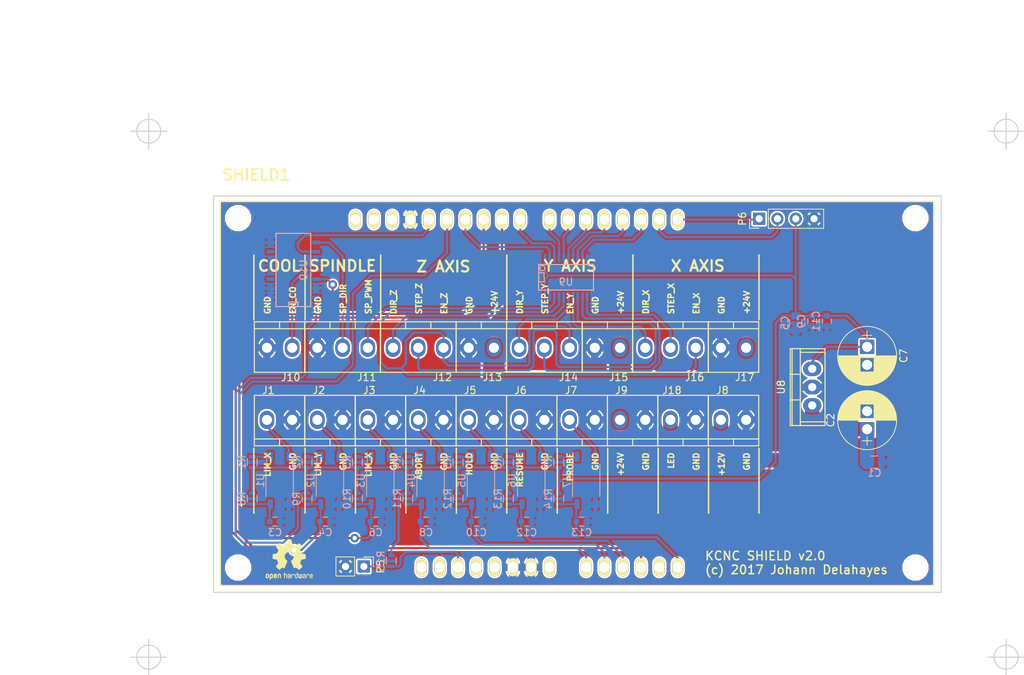
<source format=kicad_pcb>
(kicad_pcb (version 4) (host pcbnew 4.0.4-stable)
  (layers (0 F.Cu signal) (31 B.Cu signal) (34 B.Paste user) (35 F.Paste user) (36 B.SilkS user) (37 F.SilkS user) (38 B.Mask user) (39 F.Mask user) (44 Edge.Cuts user))
  (net 0 "")
  (net 1 +12V)
  (net 2 GND)
  (net 3 in_LIMIT_Z)
  (net 4 in_LIMIT_Y)
  (net 5 +5V)
  (net 6 in_LIMIT_X)
  (net 7 in_ABORT)
  (net 8 in_HOLD)
  (net 9 in_RESUME)
  (net 10 in_PROBE)
  (net 11 "Net-(J1-Pad1)")
  (net 12 "Net-(J2-Pad1)")
  (net 13 "Net-(J3-Pad1)")
  (net 14 "Net-(J4-Pad1)")
  (net 15 "Net-(J5-Pad1)")
  (net 16 "Net-(J6-Pad1)")
  (net 17 "Net-(J7-Pad1)")
  (net 18 +24V)
  (net 19 b_out_COOLANT)
  (net 20 b_out_SPINDLE_DIR)
  (net 21 b_out_SPINDLE_PWM)
  (net 22 b_out_DIR_Z)
  (net 23 b_out_STEP_Z)
  (net 24 b_out_ENABLE)
  (net 25 b_out_DIR_Y)
  (net 26 b_out_STEP_Y)
  (net 27 b_out_DIR_X)
  (net 28 b_out_STEP_X)
  (net 29 RST)
  (net 30 RX)
  (net 31 TX)
  (net 32 "Net-(R1-Pad1)")
  (net 33 "Net-(R2-Pad1)")
  (net 34 "Net-(R3-Pad1)")
  (net 35 "Net-(R4-Pad1)")
  (net 36 "Net-(R5-Pad1)")
  (net 37 "Net-(R6-Pad1)")
  (net 38 "Net-(R7-Pad1)")
  (net 39 out_COOLANT)
  (net 40 out_STEP_X)
  (net 41 out_STEP_Y)
  (net 42 out_STEP_Z)
  (net 43 out_DIR_X)
  (net 44 out_DIR_Y)
  (net 45 out_DIR_Z)
  (net 46 out_ENABLE)
  (net 47 out_SPINDLE_PWM)
  (net 48 out_SPINDLE_DIR)
  (module KCNC_GRBL_SHIELD (layer F.Cu) (at 97.912 124.064)
    (fp_text reference SHIELD1 (at 5 -57) (layer F.SilkS) (effects (font (thickness 0.3048))))
    (fp_text value ARDUINO_UNO_REV3_SHIELD hide)
    (pad AD5 thru_hole oval (at 63.5 -2.54 90) (size 2.54 1.524) (drill 1.4) (layers *.Cu *.Mask F.SilkS) (net 10 in_PROBE))
    (pad AD4 thru_hole oval (at 60.96 -2.54 90) (size 2.54 1.524) (drill 1.4) (layers *.Cu *.Mask F.SilkS))
    (pad AD3 thru_hole oval (at 58.42 -2.54 90) (size 2.54 1.524) (drill 1.4) (layers *.Cu *.Mask F.SilkS) (net 39 out_COOLANT))
    (pad AD0 thru_hole oval (at 50.8 -2.54 90) (size 2.54 1.524) (drill 1.4) (layers *.Cu *.Mask F.SilkS) (net 7 in_ABORT))
    (pad AD1 thru_hole oval (at 53.34 -2.54 90) (size 2.54 1.524) (drill 1.4) (layers *.Cu *.Mask F.SilkS) (net 8 in_HOLD))
    (pad AD2 thru_hole oval (at 55.88 -2.54 90) (size 2.54 1.524) (drill 1.4) (layers *.Cu *.Mask F.SilkS) (net 9 in_RESUME))
    (pad V_IN thru_hole oval (at 45.72 -2.54 90) (size 2.54 1.524) (drill 1.4) (layers *.Cu *.Mask F.SilkS))
    (pad GND2 thru_hole oval (at 43.18 -2.54 90) (size 2.54 1.524) (drill 1.4) (layers *.Cu *.Mask F.SilkS) (net 2 GND))
    (pad GND1 thru_hole oval (at 40.64 -2.54 90) (size 2.54 1.524) (drill 1.4) (layers *.Cu *.Mask F.SilkS) (net 2 GND))
    (pad 3V3 thru_hole oval (at 35.56 -2.54 90) (size 2.54 1.524) (drill 1.4) (layers *.Cu *.Mask F.SilkS))
    (pad RST thru_hole oval (at 33.02 -2.54 90) (size 2.54 1.524) (drill 1.4) (layers *.Cu *.Mask F.SilkS) (net 29 RST))
    (pad 0 thru_hole oval (at 63.5 -50.8 90) (size 2.54 1.524) (drill 1.4) (layers *.Cu *.Mask F.SilkS) (net 30 RX))
    (pad 1 thru_hole oval (at 60.96 -50.8 90) (size 2.54 1.524) (drill 1.4) (layers *.Cu *.Mask F.SilkS) (net 31 TX))
    (pad 2 thru_hole oval (at 58.42 -50.8 90) (size 2.54 1.524) (drill 1.4) (layers *.Cu *.Mask F.SilkS) (net 40 out_STEP_X))
    (pad 3 thru_hole oval (at 55.88 -50.8 90) (size 2.54 1.524) (drill 1.4) (layers *.Cu *.Mask F.SilkS) (net 41 out_STEP_Y))
    (pad 4 thru_hole oval (at 53.34 -50.8 90) (size 2.54 1.524) (drill 1.4) (layers *.Cu *.Mask F.SilkS) (net 42 out_STEP_Z))
    (pad 5 thru_hole oval (at 50.8 -50.8 90) (size 2.54 1.524) (drill 1.4) (layers *.Cu *.Mask F.SilkS) (net 43 out_DIR_X))
    (pad 6 thru_hole oval (at 48.26 -50.8 90) (size 2.54 1.524) (drill 1.4) (layers *.Cu *.Mask F.SilkS) (net 44 out_DIR_Y))
    (pad 7 thru_hole oval (at 45.72 -50.8 90) (size 2.54 1.524) (drill 1.4) (layers *.Cu *.Mask F.SilkS) (net 45 out_DIR_Z))
    (pad 8 thru_hole oval (at 41.656 -50.8 90) (size 2.54 1.524) (drill 1.4) (layers *.Cu *.Mask F.SilkS) (net 46 out_ENABLE))
    (pad 9 thru_hole oval (at 39.116 -50.8 90) (size 2.54 1.524) (drill 1.4) (layers *.Cu *.Mask F.SilkS) (net 6 in_LIMIT_X))
    (pad 10 thru_hole oval (at 36.576 -50.8 90) (size 2.54 1.524) (drill 1.4) (layers *.Cu *.Mask F.SilkS) (net 4 in_LIMIT_Y))
    (pad 11 thru_hole oval (at 34.036 -50.8 90) (size 2.54 1.524) (drill 1.4) (layers *.Cu *.Mask F.SilkS) (net 47 out_SPINDLE_PWM))
    (pad 12 thru_hole oval (at 31.496 -50.8 90) (size 2.54 1.524) (drill 1.4) (layers *.Cu *.Mask F.SilkS) (net 3 in_LIMIT_Z))
    (pad 13 thru_hole oval (at 28.956 -50.8 90) (size 2.54 1.524) (drill 1.4) (layers *.Cu *.Mask F.SilkS) (net 48 out_SPINDLE_DIR))
    (pad GND3 thru_hole oval (at 26.416 -50.8 90) (size 2.54 1.524) (drill 1.4) (layers *.Cu *.Mask F.SilkS) (net 2 GND))
    (pad AREF thru_hole oval (at 23.876 -50.8 90) (size 2.54 1.524) (drill 1.4) (layers *.Cu *.Mask F.SilkS))
    (pad 5V thru_hole oval (at 38.1 -2.54 90) (size 2.54 1.524) (drill 1.4) (layers *.Cu *.Mask F.SilkS))
    (pad "" np_thru_hole circle (at 96.5 -2.5 90) (size 3.175 3.175) (drill 3.175) (layers *.Cu *.Mask F.SilkS))
    (pad "" np_thru_hole circle (at 96.5 -51 90) (size 3.175 3.175) (drill 3.175) (layers *.Cu *.Mask F.SilkS))
    (pad "" np_thru_hole circle (at 2.5 -51 90) (size 3.175 3.175) (drill 3.175) (layers *.Cu *.Mask F.SilkS))
    (pad "" np_thru_hole circle (at 2.5 -2.5 90) (size 3.175 3.175) (drill 3.175) (layers *.Cu *.Mask F.SilkS))
    (pad SDA thru_hole oval (at 21.336 -50.8 90) (size 2.54 1.524) (drill 1.4) (layers *.Cu *.Mask F.SilkS))
    (pad SCL thru_hole oval (at 18.796 -50.8 90) (size 2.54 1.524) (drill 1.4) (layers *.Cu *.Mask F.SilkS))
    (pad IO_R thru_hole oval (at 30.48 -2.54 90) (size 2.54 1.524) (drill 1.4) (layers *.Cu *.Mask F.SilkS))
    (pad NC thru_hole oval (at 27.94 -2.54 90) (size 2.54 1.524) (drill 1.4) (layers *.Cu *.Mask F.SilkS))
  )
  (module CP_Radial_D8.0mm_P2.50mm (layer F.Cu) (at 187.706 90.932 270)
    (fp_text reference C7 (at 1.25 -5.06 270) (layer F.SilkS))
    (fp_text value 470µF)
    (pad 1 thru_hole rect (at 0 0 270) (size 2 2) (drill 1.4) (layers *.Cu *.Mask) (net 5 +5V))
    (pad 2 thru_hole circle (at 2.5 0 270) (size 2 2) (drill 1.4) (layers *.Cu *.Mask) (net 2 GND))
  )
  (module Power_Integrations:TO-220 (layer F.Cu) (at 180.086 96.52 90)
    (fp_text reference U8 (at 0 -4.318 90) (layer F.SilkS))
    (fp_text value LM7805CT)
    (pad 2 thru_hole oval (at 0 0 90) (size 2.032 2.54) (drill 1.143) (layers *.Cu *.Mask) (net 2 GND))
    (pad 3 thru_hole oval (at 2.54 0 90) (size 2.032 2.54) (drill 1.143) (layers *.Cu *.Mask) (net 5 +5V))
    (pad 1 thru_hole oval (at -2.54 0 90) (size 2.032 2.54) (drill 1.143) (layers *.Cu *.Mask) (net 1 +12V))
  )
  (module Capacitors_SMD:C_0805 (layer B.Cu) (at 188.722 106.934)
    (fp_text reference C1 (at 0 1.5) (layer B.SilkS) (effects (justify mirror)))
    (fp_text value 1µF)
    (pad 1 smd rect (at -1 0) (size 1 1.25) (layers B.Cu B.Paste B.Mask) (net 1 +12V))
    (pad 2 smd rect (at 1 0) (size 1 1.25) (layers B.Cu B.Paste B.Mask) (net 2 GND))
  )
  (module Capacitors_SMD:C_0603 (layer B.Cu) (at 105.537 115.189)
    (fp_text reference C3 (at 0 1.5) (layer B.SilkS) (effects (justify mirror)))
    (fp_text value 100nF)
    (pad 1 smd rect (at -0.75 0) (size 0.8 0.75) (layers B.Cu B.Paste B.Mask) (net 3 in_LIMIT_Z))
    (pad 2 smd rect (at 0.75 0) (size 0.8 0.75) (layers B.Cu B.Paste B.Mask) (net 2 GND))
  )
  (module Capacitors_SMD:C_0603 (layer B.Cu) (at 112.522 115.189)
    (fp_text reference C4 (at 0 1.5) (layer B.SilkS) (effects (justify mirror)))
    (fp_text value 100nF)
    (pad 1 smd rect (at -0.75 0) (size 0.8 0.75) (layers B.Cu B.Paste B.Mask) (net 4 in_LIMIT_Y))
    (pad 2 smd rect (at 0.75 0) (size 0.8 0.75) (layers B.Cu B.Paste B.Mask) (net 2 GND))
  )
  (module Capacitors_SMD:C_0805 (layer B.Cu) (at 177.8 87.63 270)
    (fp_text reference C5 (at 0 1.5 270) (layer B.SilkS) (effects (justify mirror)))
    (fp_text value 1µF)
    (pad 1 smd rect (at -1 0 270) (size 1 1.25) (layers B.Cu B.Paste B.Mask) (net 5 +5V))
    (pad 2 smd rect (at 1 0 270) (size 1 1.25) (layers B.Cu B.Paste B.Mask) (net 2 GND))
  )
  (module Capacitors_SMD:C_0603 (layer B.Cu) (at 119.507 115.189)
    (fp_text reference C6 (at 0 1.5) (layer B.SilkS) (effects (justify mirror)))
    (fp_text value 100nF)
    (pad 1 smd rect (at -0.75 0) (size 0.8 0.75) (layers B.Cu B.Paste B.Mask) (net 6 in_LIMIT_X))
    (pad 2 smd rect (at 0.75 0) (size 0.8 0.75) (layers B.Cu B.Paste B.Mask) (net 2 GND))
  )
  (module Capacitors_SMD:C_0603 (layer B.Cu) (at 126.492 115.189)
    (fp_text reference C8 (at 0 1.5) (layer B.SilkS) (effects (justify mirror)))
    (fp_text value 100nF)
    (pad 1 smd rect (at -0.75 0) (size 0.8 0.75) (layers B.Cu B.Paste B.Mask) (net 7 in_ABORT))
    (pad 2 smd rect (at 0.75 0) (size 0.8 0.75) (layers B.Cu B.Paste B.Mask) (net 2 GND))
  )
  (module Capacitors_SMD:C_0603 (layer B.Cu) (at 180.086 87.376 270)
    (fp_text reference C9 (at 0 1.5 270) (layer B.SilkS) (effects (justify mirror)))
    (fp_text value 1µF)
    (pad 1 smd rect (at -0.75 0 270) (size 0.8 0.75) (layers B.Cu B.Paste B.Mask) (net 5 +5V))
    (pad 2 smd rect (at 0.75 0 270) (size 0.8 0.75) (layers B.Cu B.Paste B.Mask) (net 2 GND))
  )
  (module Capacitors_SMD:C_0603 (layer B.Cu) (at 133.477 115.189)
    (fp_text reference C10 (at 0 1.5) (layer B.SilkS) (effects (justify mirror)))
    (fp_text value 100nF)
    (pad 1 smd rect (at -0.75 0) (size 0.8 0.75) (layers B.Cu B.Paste B.Mask) (net 8 in_HOLD))
    (pad 2 smd rect (at 0.75 0) (size 0.8 0.75) (layers B.Cu B.Paste B.Mask) (net 2 GND))
  )
  (module Capacitors_SMD:C_0603 (layer B.Cu) (at 182.118 87.376 270)
    (fp_text reference C11 (at 0 1.5 270) (layer B.SilkS) (effects (justify mirror)))
    (fp_text value 1µF)
    (pad 1 smd rect (at -0.75 0 270) (size 0.8 0.75) (layers B.Cu B.Paste B.Mask) (net 5 +5V))
    (pad 2 smd rect (at 0.75 0 270) (size 0.8 0.75) (layers B.Cu B.Paste B.Mask) (net 2 GND))
  )
  (module Capacitors_SMD:C_0603 (layer B.Cu) (at 140.462 115.189)
    (fp_text reference C12 (at 0 1.5) (layer B.SilkS) (effects (justify mirror)))
    (fp_text value 100nF)
    (pad 1 smd rect (at -0.75 0) (size 0.8 0.75) (layers B.Cu B.Paste B.Mask) (net 9 in_RESUME))
    (pad 2 smd rect (at 0.75 0) (size 0.8 0.75) (layers B.Cu B.Paste B.Mask) (net 2 GND))
  )
  (module Capacitors_SMD:C_0603 (layer B.Cu) (at 148.082 115.189)
    (fp_text reference C13 (at 0 1.5) (layer B.SilkS) (effects (justify mirror)))
    (fp_text value 100nF)
    (pad 1 smd rect (at -0.75 0) (size 0.8 0.75) (layers B.Cu B.Paste B.Mask) (net 10 in_PROBE))
    (pad 2 smd rect (at 0.75 0) (size 0.8 0.75) (layers B.Cu B.Paste B.Mask) (net 2 GND))
  )
  (module Screw_Terminal:screw_terminal_3.5mm_pitch_2p (layer F.Cu) (at 104.412 101.064)
    (fp_text reference J1 (at 0.2 -4.1) (layer F.SilkS))
    (fp_text value limZ)
    (pad 2 thru_hole oval (at 3.5 0) (size 2.032 2.54) (drill 1.4) (layers *.Cu *.Mask) (net 2 GND) (clearance 0.2))
    (pad 1 thru_hole oval (at 0 0) (size 2.032 2.54) (drill 1.4) (layers *.Cu *.Mask) (net 11 "Net-(J1-Pad1)") (clearance 0.2))
  )
  (module Screw_Terminal:screw_terminal_3.5mm_pitch_2p (layer F.Cu) (at 111.412 101.064)
    (fp_text reference J2 (at 0.2 -4.1) (layer F.SilkS))
    (fp_text value limY)
    (pad 2 thru_hole oval (at 3.5 0) (size 2.032 2.54) (drill 1.4) (layers *.Cu *.Mask) (net 2 GND) (clearance 0.2))
    (pad 1 thru_hole oval (at 0 0) (size 2.032 2.54) (drill 1.4) (layers *.Cu *.Mask) (net 12 "Net-(J2-Pad1)") (clearance 0.2))
  )
  (module Screw_Terminal:screw_terminal_3.5mm_pitch_2p (layer F.Cu) (at 118.412 101.064)
    (fp_text reference J3 (at 0.2 -4.1) (layer F.SilkS))
    (fp_text value limX)
    (pad 2 thru_hole oval (at 3.5 0) (size 2.032 2.54) (drill 1.4) (layers *.Cu *.Mask) (net 2 GND) (clearance 0.2))
    (pad 1 thru_hole oval (at 0 0) (size 2.032 2.54) (drill 1.4) (layers *.Cu *.Mask) (net 13 "Net-(J3-Pad1)") (clearance 0.2))
  )
  (module Screw_Terminal:screw_terminal_3.5mm_pitch_2p (layer F.Cu) (at 125.412 101.064)
    (fp_text reference J4 (at 0.2 -4.1) (layer F.SilkS))
    (fp_text value abort)
    (pad 2 thru_hole oval (at 3.5 0) (size 2.032 2.54) (drill 1.4) (layers *.Cu *.Mask) (net 2 GND) (clearance 0.2))
    (pad 1 thru_hole oval (at 0 0) (size 2.032 2.54) (drill 1.4) (layers *.Cu *.Mask) (net 14 "Net-(J4-Pad1)") (clearance 0.2))
  )
  (module Screw_Terminal:screw_terminal_3.5mm_pitch_2p (layer F.Cu) (at 132.412 101.064)
    (fp_text reference J5 (at 0.2 -4.1) (layer F.SilkS))
    (fp_text value hold)
    (pad 2 thru_hole oval (at 3.5 0) (size 2.032 2.54) (drill 1.4) (layers *.Cu *.Mask) (net 2 GND) (clearance 0.2))
    (pad 1 thru_hole oval (at 0 0) (size 2.032 2.54) (drill 1.4) (layers *.Cu *.Mask) (net 15 "Net-(J5-Pad1)") (clearance 0.2))
  )
  (module Screw_Terminal:screw_terminal_3.5mm_pitch_2p (layer F.Cu) (at 139.412 101.064)
    (fp_text reference J6 (at 0.2 -4.1) (layer F.SilkS))
    (fp_text value resume)
    (pad 2 thru_hole oval (at 3.5 0) (size 2.032 2.54) (drill 1.4) (layers *.Cu *.Mask) (net 2 GND) (clearance 0.2))
    (pad 1 thru_hole oval (at 0 0) (size 2.032 2.54) (drill 1.4) (layers *.Cu *.Mask) (net 16 "Net-(J6-Pad1)") (clearance 0.2))
  )
  (module Screw_Terminal:screw_terminal_3.5mm_pitch_2p (layer F.Cu) (at 146.412 101.064)
    (fp_text reference J7 (at 0.2 -4.1) (layer F.SilkS))
    (fp_text value probe)
    (pad 2 thru_hole oval (at 3.5 0) (size 2.032 2.54) (drill 1.4) (layers *.Cu *.Mask) (net 2 GND) (clearance 0.2))
    (pad 1 thru_hole oval (at 0 0) (size 2.032 2.54) (drill 1.4) (layers *.Cu *.Mask) (net 17 "Net-(J7-Pad1)") (clearance 0.2))
  )
  (module Screw_Terminal:screw_terminal_3.5mm_pitch_2p (layer F.Cu) (at 167.412 101.064)
    (fp_text reference J8 (at 0.2 -4.1) (layer F.SilkS))
    (fp_text value +12V)
    (pad 2 thru_hole oval (at 3.5 0) (size 2.032 2.54) (drill 1.4) (layers *.Cu *.Mask) (net 2 GND) (clearance 0.2))
    (pad 1 thru_hole oval (at 0 0) (size 2.032 2.54) (drill 1.4) (layers *.Cu *.Mask) (net 1 +12V) (clearance 0.2))
  )
  (module Screw_Terminal:screw_terminal_3.5mm_pitch_2p (layer F.Cu) (at 153.412 101.064)
    (fp_text reference J9 (at 0.2 -4.1) (layer F.SilkS))
    (fp_text value +24V)
    (pad 2 thru_hole oval (at 3.5 0) (size 2.032 2.54) (drill 1.4) (layers *.Cu *.Mask) (net 2 GND) (clearance 0.2))
    (pad 1 thru_hole oval (at 0 0) (size 2.032 2.54) (drill 1.4) (layers *.Cu *.Mask) (net 18 +24V) (clearance 0.2))
  )
  (module Screw_Terminal:screw_terminal_3.5mm_pitch_2p (layer F.Cu) (at 107.912 91.064 180)
    (fp_text reference J10 (at 0.2 -4.1 180) (layer F.SilkS))
    (fp_text value COOLANT)
    (pad 2 thru_hole oval (at 3.5 0 180) (size 2.032 2.54) (drill 1.4) (layers *.Cu *.Mask) (net 2 GND) (clearance 0.2))
    (pad 1 thru_hole oval (at 0 0 180) (size 2.032 2.54) (drill 1.4) (layers *.Cu *.Mask) (net 19 b_out_COOLANT) (clearance 0.2))
  )
  (module Screw_Terminal:screw_terminal_3.5mm_pitch_3p (layer F.Cu) (at 118.412 91.064 180)
    (fp_text reference J11 (at 0.15 -4.1 180) (layer F.SilkS))
    (fp_text value SPINDLE)
    (pad 3 thru_hole oval (at 7 0 180) (size 2.032 2.54) (drill 1.4) (layers *.Cu *.Mask) (net 2 GND) (clearance 0.2))
    (pad 2 thru_hole oval (at 3.5 0 180) (size 2.032 2.54) (drill 1.4) (layers *.Cu *.Mask) (net 20 b_out_SPINDLE_DIR) (clearance 0.2))
    (pad 1 thru_hole oval (at 0 0 180) (size 2.032 2.54) (drill 1.4) (layers *.Cu *.Mask) (net 21 b_out_SPINDLE_PWM) (clearance 0.2))
  )
  (module Screw_Terminal:screw_terminal_3.5mm_pitch_3p (layer F.Cu) (at 128.912 91.064 180)
    (fp_text reference J12 (at 0.15 -4.1 180) (layer F.SilkS))
    (fp_text value Z_CTRL)
    (pad 3 thru_hole oval (at 7 0 180) (size 2.032 2.54) (drill 1.4) (layers *.Cu *.Mask) (net 22 b_out_DIR_Z) (clearance 0.2))
    (pad 2 thru_hole oval (at 3.5 0 180) (size 2.032 2.54) (drill 1.4) (layers *.Cu *.Mask) (net 23 b_out_STEP_Z) (clearance 0.2))
    (pad 1 thru_hole oval (at 0 0 180) (size 2.032 2.54) (drill 1.4) (layers *.Cu *.Mask) (net 24 b_out_ENABLE) (clearance 0.2))
  )
  (module Screw_Terminal:screw_terminal_3.5mm_pitch_2p (layer F.Cu) (at 135.912 91.064 180)
    (fp_text reference J13 (at 0.2 -4.1 180) (layer F.SilkS))
    (fp_text value Z_ALIM)
    (pad 2 thru_hole oval (at 3.5 0 180) (size 2.032 2.54) (drill 1.4) (layers *.Cu *.Mask) (net 2 GND) (clearance 0.2))
    (pad 1 thru_hole oval (at 0 0 180) (size 2.032 2.54) (drill 1.4) (layers *.Cu *.Mask) (net 18 +24V) (clearance 0.2))
  )
  (module Screw_Terminal:screw_terminal_3.5mm_pitch_3p (layer F.Cu) (at 146.412 91.064 180)
    (fp_text reference J14 (at 0.15 -4.1 180) (layer F.SilkS))
    (fp_text value Y_CTRL)
    (pad 3 thru_hole oval (at 7 0 180) (size 2.032 2.54) (drill 1.4) (layers *.Cu *.Mask) (net 25 b_out_DIR_Y) (clearance 0.2))
    (pad 2 thru_hole oval (at 3.5 0 180) (size 2.032 2.54) (drill 1.4) (layers *.Cu *.Mask) (net 26 b_out_STEP_Y) (clearance 0.2))
    (pad 1 thru_hole oval (at 0 0 180) (size 2.032 2.54) (drill 1.4) (layers *.Cu *.Mask) (net 24 b_out_ENABLE) (clearance 0.2))
  )
  (module Screw_Terminal:screw_terminal_3.5mm_pitch_2p (layer F.Cu) (at 153.412 91.064 180)
    (fp_text reference J15 (at 0.2 -4.1 180) (layer F.SilkS))
    (fp_text value Y_ALIM)
    (pad 2 thru_hole oval (at 3.5 0 180) (size 2.032 2.54) (drill 1.4) (layers *.Cu *.Mask) (net 2 GND) (clearance 0.2))
    (pad 1 thru_hole oval (at 0 0 180) (size 2.032 2.54) (drill 1.4) (layers *.Cu *.Mask) (net 18 +24V) (clearance 0.2))
  )
  (module Screw_Terminal:screw_terminal_3.5mm_pitch_3p (layer F.Cu) (at 163.912 91.064 180)
    (fp_text reference J16 (at 0.15 -4.1 180) (layer F.SilkS))
    (fp_text value X_CTRL)
    (pad 3 thru_hole oval (at 7 0 180) (size 2.032 2.54) (drill 1.4) (layers *.Cu *.Mask) (net 27 b_out_DIR_X) (clearance 0.2))
    (pad 2 thru_hole oval (at 3.5 0 180) (size 2.032 2.54) (drill 1.4) (layers *.Cu *.Mask) (net 28 b_out_STEP_X) (clearance 0.2))
    (pad 1 thru_hole oval (at 0 0 180) (size 2.032 2.54) (drill 1.4) (layers *.Cu *.Mask) (net 24 b_out_ENABLE) (clearance 0.2))
  )
  (module Screw_Terminal:screw_terminal_3.5mm_pitch_2p (layer F.Cu) (at 170.912 91.064 180)
    (fp_text reference J17 (at 0.2 -4.1 180) (layer F.SilkS))
    (fp_text value X_ALIM)
    (pad 2 thru_hole oval (at 3.5 0 180) (size 2.032 2.54) (drill 1.4) (layers *.Cu *.Mask) (net 2 GND) (clearance 0.2))
    (pad 1 thru_hole oval (at 0 0 180) (size 2.032 2.54) (drill 1.4) (layers *.Cu *.Mask) (net 18 +24V) (clearance 0.2))
  )
  (module Screw_Terminal:screw_terminal_3.5mm_pitch_2p (layer F.Cu) (at 160.412 101.064)
    (fp_text reference J18 (at 0.2 -4.1) (layer F.SilkS))
    (fp_text value LED)
    (pad 2 thru_hole oval (at 3.5 0) (size 2.032 2.54) (drill 1.4) (layers *.Cu *.Mask) (net 2 GND) (clearance 0.2))
    (pad 1 thru_hole oval (at 0 0) (size 2.032 2.54) (drill 1.4) (layers *.Cu *.Mask) (net 1 +12V) (clearance 0.2))
  )
  (module Pin_Headers:Pin_Header_Straight_1x02_Pitch2.54mm (layer F.Cu) (at 117.856 121.412 270)
    (fp_text reference P5 (at 0 -2.33 270) (layer F.SilkS))
    (fp_text value RESET)
    (pad 1 thru_hole rect (at 0 0 270) (size 1.7 1.7) (drill 1) (layers *.Cu *.Mask) (net 29 RST))
    (pad 2 thru_hole oval (at 0 2.54 270) (size 1.7 1.7) (drill 1) (layers *.Cu *.Mask) (net 2 GND))
  )
  (module Pin_Headers:Pin_Header_Straight_1x04_Pitch2.54mm (layer F.Cu) (at 172.72 73.152 90)
    (fp_text reference P6 (at 0 -2.33 90) (layer F.SilkS))
    (fp_text value RS232)
    (pad 1 thru_hole rect (at 0 0 90) (size 1.7 1.7) (drill 1) (layers *.Cu *.Mask) (net 30 RX))
    (pad 2 thru_hole oval (at 0 2.54 90) (size 1.7 1.7) (drill 1) (layers *.Cu *.Mask) (net 31 TX))
    (pad 3 thru_hole oval (at 0 5.08 90) (size 1.7 1.7) (drill 1) (layers *.Cu *.Mask) (net 5 +5V))
    (pad 4 thru_hole oval (at 0 7.62 90) (size 1.7 1.7) (drill 1) (layers *.Cu *.Mask) (net 2 GND))
  )
  (module Resistors_SMD:R_0603 (layer B.Cu) (at 102.362 106.934 270)
    (fp_text reference R1 (at 0 1.45 270) (layer B.SilkS) (effects (justify mirror)))
    (fp_text value 1k)
    (pad 1 smd rect (at -0.75 0 270) (size 0.5 0.9) (layers B.Cu B.Paste B.Mask) (net 32 "Net-(R1-Pad1)"))
    (pad 2 smd rect (at 0.75 0 270) (size 0.5 0.9) (layers B.Cu B.Paste B.Mask) (net 5 +5V))
  )
  (module Resistors_SMD:R_0603 (layer B.Cu) (at 109.982 106.934 270)
    (fp_text reference R2 (at 0 1.45 270) (layer B.SilkS) (effects (justify mirror)))
    (fp_text value 1k)
    (pad 1 smd rect (at -0.75 0 270) (size 0.5 0.9) (layers B.Cu B.Paste B.Mask) (net 33 "Net-(R2-Pad1)"))
    (pad 2 smd rect (at 0.75 0 270) (size 0.5 0.9) (layers B.Cu B.Paste B.Mask) (net 5 +5V))
  )
  (module Resistors_SMD:R_0603 (layer B.Cu) (at 116.967 106.934 270)
    (fp_text reference R3 (at 0 1.45 270) (layer B.SilkS) (effects (justify mirror)))
    (fp_text value 1k)
    (pad 1 smd rect (at -0.75 0 270) (size 0.5 0.9) (layers B.Cu B.Paste B.Mask) (net 34 "Net-(R3-Pad1)"))
    (pad 2 smd rect (at 0.75 0 270) (size 0.5 0.9) (layers B.Cu B.Paste B.Mask) (net 5 +5V))
  )
  (module Resistors_SMD:R_0603 (layer B.Cu) (at 123.952 106.934 270)
    (fp_text reference R4 (at 0 1.45 270) (layer B.SilkS) (effects (justify mirror)))
    (fp_text value 1k)
    (pad 1 smd rect (at -0.75 0 270) (size 0.5 0.9) (layers B.Cu B.Paste B.Mask) (net 35 "Net-(R4-Pad1)"))
    (pad 2 smd rect (at 0.75 0 270) (size 0.5 0.9) (layers B.Cu B.Paste B.Mask) (net 5 +5V))
  )
  (module Resistors_SMD:R_0603 (layer B.Cu) (at 130.937 106.934 270)
    (fp_text reference R5 (at 0 1.45 270) (layer B.SilkS) (effects (justify mirror)))
    (fp_text value 1k)
    (pad 1 smd rect (at -0.75 0 270) (size 0.5 0.9) (layers B.Cu B.Paste B.Mask) (net 36 "Net-(R5-Pad1)"))
    (pad 2 smd rect (at 0.75 0 270) (size 0.5 0.9) (layers B.Cu B.Paste B.Mask) (net 5 +5V))
  )
  (module Resistors_SMD:R_0603 (layer B.Cu) (at 137.922 106.934 270)
    (fp_text reference R6 (at 0 1.45 270) (layer B.SilkS) (effects (justify mirror)))
    (fp_text value 1k)
    (pad 1 smd rect (at -0.75 0 270) (size 0.5 0.9) (layers B.Cu B.Paste B.Mask) (net 37 "Net-(R6-Pad1)"))
    (pad 2 smd rect (at 0.75 0 270) (size 0.5 0.9) (layers B.Cu B.Paste B.Mask) (net 5 +5V))
  )
  (module Resistors_SMD:R_0603 (layer B.Cu) (at 144.907 106.934 270)
    (fp_text reference R7 (at 0 1.45 270) (layer B.SilkS) (effects (justify mirror)))
    (fp_text value 1k)
    (pad 1 smd rect (at -0.75 0 270) (size 0.5 0.9) (layers B.Cu B.Paste B.Mask) (net 38 "Net-(R7-Pad1)"))
    (pad 2 smd rect (at 0.75 0 270) (size 0.5 0.9) (layers B.Cu B.Paste B.Mask) (net 5 +5V))
  )
  (module Resistors_SMD:R_0603 (layer B.Cu) (at 102.362 112.014 270)
    (fp_text reference R8 (at 0 1.45 270) (layer B.SilkS) (effects (justify mirror)))
    (fp_text value 10k)
    (pad 1 smd rect (at -0.75 0 270) (size 0.5 0.9) (layers B.Cu B.Paste B.Mask) (net 5 +5V))
    (pad 2 smd rect (at 0.75 0 270) (size 0.5 0.9) (layers B.Cu B.Paste B.Mask) (net 3 in_LIMIT_Z))
  )
  (module Resistors_SMD:R_0603 (layer B.Cu) (at 109.982 112.014 270)
    (fp_text reference R9 (at 0 1.45 270) (layer B.SilkS) (effects (justify mirror)))
    (fp_text value 10k)
    (pad 1 smd rect (at -0.75 0 270) (size 0.5 0.9) (layers B.Cu B.Paste B.Mask) (net 5 +5V))
    (pad 2 smd rect (at 0.75 0 270) (size 0.5 0.9) (layers B.Cu B.Paste B.Mask) (net 4 in_LIMIT_Y))
  )
  (module Resistors_SMD:R_0603 (layer B.Cu) (at 116.967 112.014 270)
    (fp_text reference R10 (at 0 1.45 270) (layer B.SilkS) (effects (justify mirror)))
    (fp_text value 10k)
    (pad 1 smd rect (at -0.75 0 270) (size 0.5 0.9) (layers B.Cu B.Paste B.Mask) (net 5 +5V))
    (pad 2 smd rect (at 0.75 0 270) (size 0.5 0.9) (layers B.Cu B.Paste B.Mask) (net 6 in_LIMIT_X))
  )
  (module Resistors_SMD:R_0603 (layer B.Cu) (at 123.952 112.014 270)
    (fp_text reference R11 (at 0 1.45 270) (layer B.SilkS) (effects (justify mirror)))
    (fp_text value 10k)
    (pad 1 smd rect (at -0.75 0 270) (size 0.5 0.9) (layers B.Cu B.Paste B.Mask) (net 5 +5V))
    (pad 2 smd rect (at 0.75 0 270) (size 0.5 0.9) (layers B.Cu B.Paste B.Mask) (net 7 in_ABORT))
  )
  (module Resistors_SMD:R_0603 (layer B.Cu) (at 130.937 112.014 270)
    (fp_text reference R12 (at 0 1.45 270) (layer B.SilkS) (effects (justify mirror)))
    (fp_text value 10k)
    (pad 1 smd rect (at -0.75 0 270) (size 0.5 0.9) (layers B.Cu B.Paste B.Mask) (net 5 +5V))
    (pad 2 smd rect (at 0.75 0 270) (size 0.5 0.9) (layers B.Cu B.Paste B.Mask) (net 8 in_HOLD))
  )
  (module Resistors_SMD:R_0603 (layer B.Cu) (at 137.922 112.014 270)
    (fp_text reference R13 (at 0 1.45 270) (layer B.SilkS) (effects (justify mirror)))
    (fp_text value 10k)
    (pad 1 smd rect (at -0.75 0 270) (size 0.5 0.9) (layers B.Cu B.Paste B.Mask) (net 5 +5V))
    (pad 2 smd rect (at 0.75 0 270) (size 0.5 0.9) (layers B.Cu B.Paste B.Mask) (net 9 in_RESUME))
  )
  (module Resistors_SMD:R_0603 (layer B.Cu) (at 144.907 112.014 270)
    (fp_text reference R14 (at 0 1.45 270) (layer B.SilkS) (effects (justify mirror)))
    (fp_text value 10k)
    (pad 1 smd rect (at -0.75 0 270) (size 0.5 0.9) (layers B.Cu B.Paste B.Mask) (net 5 +5V))
    (pad 2 smd rect (at 0.75 0 270) (size 0.5 0.9) (layers B.Cu B.Paste B.Mask) (net 10 in_PROBE))
  )
  (module Resistors_SMD:R_0603 (layer B.Cu) (at 121.666 120.65 270)
    (fp_text reference R15 (at 0 1.45 270) (layer B.SilkS) (effects (justify mirror)))
    (fp_text value 10k)
    (pad 1 smd rect (at -0.75 0 270) (size 0.5 0.9) (layers B.Cu B.Paste B.Mask) (net 5 +5V))
    (pad 2 smd rect (at 0.75 0 270) (size 0.5 0.9) (layers B.Cu B.Paste B.Mask) (net 29 RST))
  )
  (module Opto-Devices:Toshiba_SOP_Pins1346_4.4x3.6mm_Pitch1.27mm (layer B.Cu) (at 106.172 109.474 270)
    (fp_text reference U1 (at 0 2.667 270) (layer B.SilkS) (effects (justify mirror)))
    (fp_text value TLP185)
    (pad 6 smd rect (at 3.3 1.27 270) (size 1.4 0.7) (layers B.Cu B.Paste B.Mask) (net 3 in_LIMIT_Z))
    (pad 3 smd rect (at -3.3 -1.27 270) (size 1.4 0.7) (layers B.Cu B.Paste B.Mask) (net 11 "Net-(J1-Pad1)"))
    (pad 4 smd rect (at 3.3 -1.27 270) (size 1.4 0.7) (layers B.Cu B.Paste B.Mask) (net 2 GND))
    (pad 1 smd rect (at -3.3 1.27 270) (size 1.4 0.7) (layers B.Cu B.Paste B.Mask) (net 32 "Net-(R1-Pad1)"))
  )
  (module Opto-Devices:Toshiba_SOP_Pins1346_4.4x3.6mm_Pitch1.27mm (layer B.Cu) (at 113.157 109.474 270)
    (fp_text reference U2 (at 0 2.667 270) (layer B.SilkS) (effects (justify mirror)))
    (fp_text value TLP185)
    (pad 6 smd rect (at 3.3 1.27 270) (size 1.4 0.7) (layers B.Cu B.Paste B.Mask) (net 4 in_LIMIT_Y))
    (pad 3 smd rect (at -3.3 -1.27 270) (size 1.4 0.7) (layers B.Cu B.Paste B.Mask) (net 12 "Net-(J2-Pad1)"))
    (pad 4 smd rect (at 3.3 -1.27 270) (size 1.4 0.7) (layers B.Cu B.Paste B.Mask) (net 2 GND))
    (pad 1 smd rect (at -3.3 1.27 270) (size 1.4 0.7) (layers B.Cu B.Paste B.Mask) (net 33 "Net-(R2-Pad1)"))
  )
  (module Opto-Devices:Toshiba_SOP_Pins1346_4.4x3.6mm_Pitch1.27mm (layer B.Cu) (at 120.142 109.474 270)
    (fp_text reference U3 (at 0 2.667 270) (layer B.SilkS) (effects (justify mirror)))
    (fp_text value TLP185)
    (pad 6 smd rect (at 3.3 1.27 270) (size 1.4 0.7) (layers B.Cu B.Paste B.Mask) (net 6 in_LIMIT_X))
    (pad 3 smd rect (at -3.3 -1.27 270) (size 1.4 0.7) (layers B.Cu B.Paste B.Mask) (net 13 "Net-(J3-Pad1)"))
    (pad 4 smd rect (at 3.3 -1.27 270) (size 1.4 0.7) (layers B.Cu B.Paste B.Mask) (net 2 GND))
    (pad 1 smd rect (at -3.3 1.27 270) (size 1.4 0.7) (layers B.Cu B.Paste B.Mask) (net 34 "Net-(R3-Pad1)"))
  )
  (module Opto-Devices:Toshiba_SOP_Pins1346_4.4x3.6mm_Pitch1.27mm (layer B.Cu) (at 127.127 109.474 270)
    (fp_text reference U4 (at 0 2.667 270) (layer B.SilkS) (effects (justify mirror)))
    (fp_text value TLP185)
    (pad 6 smd rect (at 3.3 1.27 270) (size 1.4 0.7) (layers B.Cu B.Paste B.Mask) (net 7 in_ABORT))
    (pad 3 smd rect (at -3.3 -1.27 270) (size 1.4 0.7) (layers B.Cu B.Paste B.Mask) (net 14 "Net-(J4-Pad1)"))
    (pad 4 smd rect (at 3.3 -1.27 270) (size 1.4 0.7) (layers B.Cu B.Paste B.Mask) (net 2 GND))
    (pad 1 smd rect (at -3.3 1.27 270) (size 1.4 0.7) (layers B.Cu B.Paste B.Mask) (net 35 "Net-(R4-Pad1)"))
  )
  (module Opto-Devices:Toshiba_SOP_Pins1346_4.4x3.6mm_Pitch1.27mm (layer B.Cu) (at 134.112 109.474 270)
    (fp_text reference U5 (at 0 2.667 270) (layer B.SilkS) (effects (justify mirror)))
    (fp_text value TLP185)
    (pad 6 smd rect (at 3.3 1.27 270) (size 1.4 0.7) (layers B.Cu B.Paste B.Mask) (net 8 in_HOLD))
    (pad 3 smd rect (at -3.3 -1.27 270) (size 1.4 0.7) (layers B.Cu B.Paste B.Mask) (net 15 "Net-(J5-Pad1)"))
    (pad 4 smd rect (at 3.3 -1.27 270) (size 1.4 0.7) (layers B.Cu B.Paste B.Mask) (net 2 GND))
    (pad 1 smd rect (at -3.3 1.27 270) (size 1.4 0.7) (layers B.Cu B.Paste B.Mask) (net 36 "Net-(R5-Pad1)"))
  )
  (module Opto-Devices:Toshiba_SOP_Pins1346_4.4x3.6mm_Pitch1.27mm (layer B.Cu) (at 141.097 109.474 270)
    (fp_text reference U6 (at 0 2.667 270) (layer B.SilkS) (effects (justify mirror)))
    (fp_text value TLP185)
    (pad 6 smd rect (at 3.3 1.27 270) (size 1.4 0.7) (layers B.Cu B.Paste B.Mask) (net 9 in_RESUME))
    (pad 3 smd rect (at -3.3 -1.27 270) (size 1.4 0.7) (layers B.Cu B.Paste B.Mask) (net 16 "Net-(J6-Pad1)"))
    (pad 4 smd rect (at 3.3 -1.27 270) (size 1.4 0.7) (layers B.Cu B.Paste B.Mask) (net 2 GND))
    (pad 1 smd rect (at -3.3 1.27 270) (size 1.4 0.7) (layers B.Cu B.Paste B.Mask) (net 37 "Net-(R6-Pad1)"))
  )
  (module Opto-Devices:Toshiba_SOP_Pins1346_4.4x3.6mm_Pitch1.27mm (layer B.Cu) (at 148.717 109.474 270)
    (fp_text reference U7 (at 0 2.667 270) (layer B.SilkS) (effects (justify mirror)))
    (fp_text value TLP185)
    (pad 6 smd rect (at 3.3 1.27 270) (size 1.4 0.7) (layers B.Cu B.Paste B.Mask) (net 10 in_PROBE))
    (pad 3 smd rect (at -3.3 -1.27 270) (size 1.4 0.7) (layers B.Cu B.Paste B.Mask) (net 17 "Net-(J7-Pad1)"))
    (pad 4 smd rect (at 3.3 -1.27 270) (size 1.4 0.7) (layers B.Cu B.Paste B.Mask) (net 2 GND))
    (pad 1 smd rect (at -3.3 1.27 270) (size 1.4 0.7) (layers B.Cu B.Paste B.Mask) (net 38 "Net-(R7-Pad1)"))
  )
  (module SMD_Packages:SSOP-20 (layer B.Cu) (at 145.923 81.28)
    (fp_text reference U9 (at 0 0.635) (layer B.SilkS) (effects (justify mirror)))
    (fp_text value 74HCT245P)
    (pad 1 smd rect (at -2.921 -2.667) (size 0.4064 1.27) (layers B.Cu B.Paste B.Mask) (net 5 +5V))
    (pad 2 smd rect (at -2.286 -2.667) (size 0.4064 1.27) (layers B.Cu B.Paste B.Mask) (net 47 out_SPINDLE_PWM))
    (pad 3 smd rect (at -1.6256 -2.667) (size 0.4064 1.27) (layers B.Cu B.Paste B.Mask) (net 46 out_ENABLE))
    (pad 4 smd rect (at -0.9652 -2.667) (size 0.4064 1.27) (layers B.Cu B.Paste B.Mask) (net 45 out_DIR_Z))
    (pad 5 smd rect (at -0.3302 -2.667) (size 0.4064 1.27) (layers B.Cu B.Paste B.Mask) (net 44 out_DIR_Y))
    (pad 6 smd rect (at 0.3302 -2.667) (size 0.4064 1.27) (layers B.Cu B.Paste B.Mask) (net 43 out_DIR_X))
    (pad 7 smd rect (at 0.9906 -2.667) (size 0.4064 1.27) (layers B.Cu B.Paste B.Mask) (net 42 out_STEP_Z))
    (pad 8 smd rect (at 1.6256 -2.667) (size 0.4064 1.27) (layers B.Cu B.Paste B.Mask) (net 41 out_STEP_Y))
    (pad 9 smd rect (at 2.286 -2.667) (size 0.4064 1.27) (layers B.Cu B.Paste B.Mask) (net 40 out_STEP_X))
    (pad 10 smd rect (at 2.921 -2.667) (size 0.4064 1.27) (layers B.Cu B.Paste B.Mask) (net 2 GND))
    (pad 11 smd rect (at 2.921 2.667) (size 0.4064 1.27) (layers B.Cu B.Paste B.Mask) (net 28 b_out_STEP_X))
    (pad 12 smd rect (at 2.286 2.667) (size 0.4064 1.27) (layers B.Cu B.Paste B.Mask) (net 26 b_out_STEP_Y))
    (pad 13 smd rect (at 1.6256 2.667) (size 0.4064 1.27) (layers B.Cu B.Paste B.Mask) (net 23 b_out_STEP_Z))
    (pad 14 smd rect (at 0.9906 2.667) (size 0.4064 1.27) (layers B.Cu B.Paste B.Mask) (net 27 b_out_DIR_X))
    (pad 15 smd rect (at 0.3302 2.667) (size 0.4064 1.27) (layers B.Cu B.Paste B.Mask) (net 25 b_out_DIR_Y))
    (pad 16 smd rect (at -0.3302 2.667) (size 0.4064 1.27) (layers B.Cu B.Paste B.Mask) (net 22 b_out_DIR_Z))
    (pad 17 smd rect (at -0.9652 2.667) (size 0.4064 1.27) (layers B.Cu B.Paste B.Mask) (net 24 b_out_ENABLE))
    (pad 18 smd rect (at -1.6256 2.667) (size 0.4064 1.27) (layers B.Cu B.Paste B.Mask) (net 21 b_out_SPINDLE_PWM))
    (pad 19 smd rect (at -2.286 2.667) (size 0.4064 1.27) (layers B.Cu B.Paste B.Mask) (net 2 GND))
    (pad 20 smd rect (at -2.921 2.667) (size 0.4064 1.27) (layers B.Cu B.Paste B.Mask) (net 5 +5V))
  )
  (module SMD_Packages:SOIC-14_N (layer B.Cu) (at 108.204 80.264 90)
    (fp_text reference U10 (at 0 1.27 90) (layer B.SilkS) (effects (justify mirror)))
    (fp_text value 74HC125AN)
    (pad 1 smd rect (at -3.81 -3.302 90) (size 0.508 1.143) (layers B.Cu B.Paste B.Mask) (net 2 GND))
    (pad 2 smd rect (at -2.54 -3.302 90) (size 0.508 1.143) (layers B.Cu B.Paste B.Mask) (net 2 GND))
    (pad 3 smd rect (at -1.27 -3.302 90) (size 0.508 1.143) (layers B.Cu B.Paste B.Mask))
    (pad 4 smd rect (at 0 -3.302 90) (size 0.508 1.143) (layers B.Cu B.Paste B.Mask) (net 2 GND))
    (pad 5 smd rect (at 1.27 -3.302 90) (size 0.508 1.143) (layers B.Cu B.Paste B.Mask) (net 2 GND))
    (pad 6 smd rect (at 2.54 -3.302 90) (size 0.508 1.143) (layers B.Cu B.Paste B.Mask))
    (pad 7 smd rect (at 3.81 -3.302 90) (size 0.508 1.143) (layers B.Cu B.Paste B.Mask) (net 2 GND))
    (pad 8 smd rect (at 3.81 3.048 90) (size 0.508 1.143) (layers B.Cu B.Paste B.Mask) (net 20 b_out_SPINDLE_DIR))
    (pad 9 smd rect (at 2.54 3.048 90) (size 0.508 1.143) (layers B.Cu B.Paste B.Mask) (net 48 out_SPINDLE_DIR))
    (pad 11 smd rect (at 0 3.048 90) (size 0.508 1.143) (layers B.Cu B.Paste B.Mask) (net 19 b_out_COOLANT))
    (pad 12 smd rect (at -1.27 3.048 90) (size 0.508 1.143) (layers B.Cu B.Paste B.Mask) (net 39 out_COOLANT))
    (pad 13 smd rect (at -2.54 3.048 90) (size 0.508 1.143) (layers B.Cu B.Paste B.Mask) (net 2 GND))
    (pad 14 smd rect (at -3.81 3.048 90) (size 0.508 1.143) (layers B.Cu B.Paste B.Mask) (net 5 +5V))
    (pad 10 smd rect (at 1.27 3.048 90) (size 0.508 1.143) (layers B.Cu B.Paste B.Mask) (net 2 GND))
  )
  (module kcnc_grbl_shield:CP_Radial_D8.0mm_P2.50mm (layer F.Cu) (at 187.706 102.362 90)
    (fp_text reference C2 (at 1.25 -5.06 90) (layer F.SilkS))
    (fp_text value 470µF)
    (pad 1 thru_hole rect (at 0 0 90) (size 2 2) (drill 1.4) (layers *.Cu *.Mask) (net 1 +12V))
    (pad 2 thru_hole circle (at 2.5 0 90) (size 2 2) (drill 1.4) (layers *.Cu *.Mask) (net 2 GND))
  )
  (module Symbols:OSHW-Logo2_7.3x6mm_SilkScreen (layer F.Cu) (at 107.5 120.5)
    (fp_text reference REF*** hide)
    (fp_text value OSHW-Logo2_7.3x6mm_SilkScreen hide)
  )
  (gr_line (start 97 125) (end 97 70) (angle 90) (layer Edge.Cuts) (width 0.15))
  (gr_line (start 198 125) (end 97 125) (angle 90) (layer Edge.Cuts) (width 0.15))
  (gr_line (start 198 70) (end 198 125) (angle 90) (layer Edge.Cuts) (width 0.15))
  (gr_line (start 97 70) (end 198 70) (angle 90) (layer Edge.Cuts) (width 0.15))
  (gr_text GND (at 164 105.5 90) (layer F.SilkS) (effects (font (size 0.8 0.8) (thickness 0.2)) (justify right)))
  (gr_text LED (at 160.5 105.5 90) (layer F.SilkS) (effects (font (size 0.8 0.8) (thickness 0.2)) (justify right)))
  (gr_text GND (at 171 105.5 90) (layer F.SilkS) (effects (font (size 0.8 0.8) (thickness 0.2)) (justify right)))
  (gr_text +12V (at 167.5 105.5 90) (layer F.SilkS) (effects (font (size 0.8 0.8) (thickness 0.2)) (justify right)))
  (gr_text GND (at 157 105.5 90) (layer F.SilkS) (effects (font (size 0.8 0.8) (thickness 0.2)) (justify right)))
  (gr_text +24V (at 153.5 105.5 90) (layer F.SilkS) (effects (font (size 0.8 0.8) (thickness 0.2)) (justify right)))
  (gr_text GND (at 150 105.5 90) (layer F.SilkS) (effects (font (size 0.8 0.8) (thickness 0.2)) (justify right)))
  (gr_text PROBE (at 146.5 105.5 90) (layer F.SilkS) (effects (font (size 0.8 0.8) (thickness 0.2)) (justify right)))
  (gr_text RESUME (at 139.5 105.5 90) (layer F.SilkS) (effects (font (size 0.8 0.8) (thickness 0.2)) (justify right)))
  (gr_text GND (at 143 105.5 90) (layer F.SilkS) (effects (font (size 0.8 0.8) (thickness 0.2)) (justify right)))
  (gr_text GND (at 136 105.5 90) (layer F.SilkS) (effects (font (size 0.8 0.8) (thickness 0.2)) (justify right)))
  (gr_text HOLD (at 132.5 105.5 90) (layer F.SilkS) (effects (font (size 0.8 0.8) (thickness 0.2)) (justify right)))
  (gr_text GND (at 129 105.5 90) (layer F.SilkS) (effects (font (size 0.8 0.8) (thickness 0.2)) (justify right)))
  (gr_text ABORT (at 125.5 105.5 90) (layer F.SilkS) (effects (font (size 0.8 0.8) (thickness 0.2)) (justify right)))
  (gr_text GND (at 122 105.5 90) (layer F.SilkS) (effects (font (size 0.8 0.8) (thickness 0.2)) (justify right)))
  (gr_text LIM_X (at 118.5 105.5 90) (layer F.SilkS) (effects (font (size 0.8 0.8) (thickness 0.2)) (justify right)))
  (gr_text GND (at 115 105.5 90) (layer F.SilkS) (effects (font (size 0.8 0.8) (thickness 0.2)) (justify right)))
  (gr_text LIM_Y (at 111.5 105.5 90) (layer F.SilkS) (effects (font (size 0.8 0.8) (thickness 0.2)) (justify right)))
  (gr_text GND (at 108 105.5 90) (layer F.SilkS) (effects (font (size 0.8 0.8) (thickness 0.2)) (justify right)))
  (gr_text LIM_X (at 104.5 105.5 90) (layer F.SilkS) (effects (font (size 0.8 0.8) (thickness 0.2)) (justify right)))
  (gr_line (start 172.7 114) (end 172.7 105) (angle 90) (layer F.SilkS) (width 0.2))
  (gr_line (start 165.7 114) (end 165.7 105) (angle 90) (layer F.SilkS) (width 0.2))
  (gr_line (start 158.7 114) (end 158.7 105) (angle 90) (layer F.SilkS) (width 0.2))
  (gr_line (start 151.7 114) (end 151.7 105) (angle 90) (layer F.SilkS) (width 0.2))
  (gr_line (start 144.7 114) (end 144.7 105) (angle 90) (layer F.SilkS) (width 0.2))
  (gr_line (start 137.7 114) (end 137.7 105) (angle 90) (layer F.SilkS) (width 0.2))
  (gr_line (start 130.7 114) (end 130.7 105) (angle 90) (layer F.SilkS) (width 0.2))
  (gr_line (start 123.7 114) (end 123.7 105) (angle 90) (layer F.SilkS) (width 0.2))
  (gr_line (start 116.7 114) (end 116.7 105) (angle 90) (layer F.SilkS) (width 0.2))
  (gr_line (start 109.7 114) (end 109.7 105) (angle 90) (layer F.SilkS) (width 0.2))
  (gr_line (start 102.6 114) (end 102.6 105) (angle 90) (layer F.SilkS) (width 0.2))
  (gr_text COOL (at 106.1 79.7) (layer F.SilkS) (effects (font (size 1.5 1.5) (thickness 0.3))))
  (gr_text SPINDLE (at 114.9 79.7) (layer F.SilkS) (effects (font (size 1.5 1.5) (thickness 0.3))))
  (gr_text "X AXIS" (at 164.2 79.7) (layer F.SilkS) (effects (font (size 1.5 1.5) (thickness 0.3))))
  (gr_text "Y AXIS" (at 146.5 79.7) (layer F.SilkS) (effects (font (size 1.5 1.5) (thickness 0.3))))
  (gr_text "Z AXIS" (at 128.9 79.8) (layer F.SilkS) (effects (font (size 1.5 1.5) (thickness 0.3))))
  (gr_line (start 172.7 87.2) (end 172.7 78.2) (angle 90) (layer F.SilkS) (width 0.2))
  (gr_line (start 155.2 87.2) (end 155.2 78.2) (angle 90) (layer F.SilkS) (width 0.2))
  (gr_line (start 137.7 87.2) (end 137.7 78.2) (angle 90) (layer F.SilkS) (width 0.2))
  (gr_line (start 120.2 87.2) (end 120.2 78.2) (angle 90) (layer F.SilkS) (width 0.2))
  (gr_line (start 109.7 87.2) (end 109.7 78.2) (angle 90) (layer F.SilkS) (width 0.2))
  (gr_line (start 102.6 87.2) (end 102.6 78.2) (angle 90) (layer F.SilkS) (width 0.2))
  (gr_text GND (at 111.5 86.5 90) (layer F.SilkS) (effects (font (size 0.8 0.8) (thickness 0.2)) (justify left)))
  (gr_text "GND\n" (at 132.5 86.5 90) (layer F.SilkS) (effects (font (size 0.8 0.8) (thickness 0.2)) (justify left)))
  (gr_text GND (at 150 86.5 90) (layer F.SilkS) (effects (font (size 0.8 0.8) (thickness 0.2)) (justify left)))
  (gr_text +24V (at 171 86.5 90) (layer F.SilkS) (effects (font (size 0.8 0.8) (thickness 0.2)) (justify left)))
  (gr_text GND (at 167.5 86.5 90) (layer F.SilkS) (effects (font (size 0.8 0.8) (thickness 0.2)) (justify left)))
  (gr_text EN_X (at 164 86.5 90) (layer F.SilkS) (effects (font (size 0.8 0.8) (thickness 0.2)) (justify left)))
  (gr_text STEP_X (at 160.5 86.5 90) (layer F.SilkS) (effects (font (size 0.8 0.8) (thickness 0.2)) (justify left)))
  (gr_text DIR_X (at 157 86.5 90) (layer F.SilkS) (effects (font (size 0.8 0.8) (thickness 0.2)) (justify left)))
  (gr_text +24V (at 153.5 86.5 90) (layer F.SilkS) (effects (font (size 0.8 0.8) (thickness 0.2)) (justify left)))
  (gr_text EN_Y (at 146.5 86.5 90) (layer F.SilkS) (effects (font (size 0.8 0.8) (thickness 0.2)) (justify left)))
  (gr_text STEP_Y (at 143 86.5 90) (layer F.SilkS) (effects (font (size 0.8 0.8) (thickness 0.2)) (justify left)))
  (gr_text DIR_Y (at 139.5 86.5 90) (layer F.SilkS) (effects (font (size 0.8 0.8) (thickness 0.2)) (justify left)))
  (gr_text +24V (at 136 86.5 90) (layer F.SilkS) (effects (font (size 0.8 0.8) (thickness 0.2)) (justify left)))
  (gr_text EN_Z (at 129 86.5 90) (layer F.SilkS) (effects (font (size 0.8 0.8) (thickness 0.2)) (justify left)))
  (gr_text STEP_Z (at 125.5 86.5 90) (layer F.SilkS) (effects (font (size 0.8 0.8) (thickness 0.2)) (justify left)))
  (gr_text DIR_Z (at 122 86.5 90) (layer F.SilkS) (effects (font (size 0.8 0.8) (thickness 0.2)) (justify left)))
  (gr_text SP_PWM (at 118.5 86.5 90) (layer F.SilkS) (effects (font (size 0.8 0.8) (thickness 0.2)) (justify left)))
  (gr_text SP_DIR (at 115 86.5 90) (layer F.SilkS) (effects (font (size 0.8 0.8) (thickness 0.2)) (justify left)))
  (gr_text GND (at 104.5 86.5 90) (layer F.SilkS) (effects (font (size 0.8 0.8) (thickness 0.2)) (justify left)))
  (gr_text EN_CO (at 108 86.5 90) (layer F.SilkS) (effects (font (size 0.8 0.8) (thickness 0.2)) (justify left)))
  (gr_text "KCNC SHIELD v2.0\n(c) 2017 Johann Delahayes" (at 165.1 120.904) (layer F.SilkS) (effects (font (size 1.2 1.2) (thickness 0.2)) (justify left)))
  (target plus (at 88 134) (size 5) (width 0.15) (layer Edge.Cuts))
  (target plus (at 207 134) (size 5) (width 0.15) (layer Edge.Cuts))
  (target plus (at 207 61) (size 5) (width 0.15) (layer Edge.Cuts))
  (target plus (at 88 61) (size 5) (width 0.15) (layer Edge.Cuts))
  (segment (start 187.706 102.362) (end 187.706 106.918) (width 2) (layer B.Cu) (net 1))
  (segment (start 187.706 106.918) (end 187.722 106.934) (width 2) (layer B.Cu) (net 1))
  (segment (start 187.706 102.362) (end 181.356 102.362) (width 2) (layer F.Cu) (net 1))
  (segment (start 181.356 102.362) (end 180.086 103.632) (width 2) (layer F.Cu) (net 1))
  (segment (start 168.91 106.68) (end 161.798 106.68) (width 2) (layer F.Cu) (net 1))
  (segment (start 160.412 105.294) (end 160.412 101.064) (width 2) (layer F.Cu) (net 1))
  (segment (start 161.798 106.68) (end 160.412 105.294) (width 2) (layer F.Cu) (net 1))
  (segment (start 180.086 99.06) (end 180.086 103.632) (width 2) (layer F.Cu) (net 1))
  (segment (start 167.412 105.182) (end 167.412 101.064) (width 2) (layer F.Cu) (net 1))
  (segment (start 168.91 106.68) (end 167.412 105.182) (width 2) (layer F.Cu) (net 1))
  (segment (start 177.038 106.68) (end 168.91 106.68) (width 2) (layer F.Cu) (net 1))
  (segment (start 180.086 103.632) (end 177.038 106.68) (width 2) (layer F.Cu) (net 1))
  (segment (start 129.408 73.264) (end 129.408 77.856) (width 0.3) (layer B.Cu) (net 3))
  (segment (start 101.08 112.764) (end 102.362 112.764) (width 0.3) (layer B.Cu) (net 3))
  (segment (start 100.584 112.268) (end 101.08 112.764) (width 0.3) (layer B.Cu) (net 3))
  (segment (start 100.584 97.536) (end 100.584 112.268) (width 0.3) (layer B.Cu) (net 3))
  (segment (start 102.362 95.758) (end 100.584 97.536) (width 0.3) (layer B.Cu) (net 3))
  (segment (start 114.046 95.758) (end 102.362 95.758) (width 0.3) (layer B.Cu) (net 3))
  (segment (start 116.332 93.472) (end 114.046 95.758) (width 0.3) (layer B.Cu) (net 3))
  (segment (start 116.332 83.566) (end 116.332 93.472) (width 0.3) (layer B.Cu) (net 3))
  (segment (start 118.864002 81.033998) (end 116.332 83.566) (width 0.3) (layer B.Cu) (net 3))
  (segment (start 126.230002 81.033998) (end 118.864002 81.033998) (width 0.3) (layer B.Cu) (net 3))
  (segment (start 129.408 77.856) (end 126.230002 81.033998) (width 0.3) (layer B.Cu) (net 3))
  (segment (start 104.787 115.189) (end 104.787 112.889) (width 0.3) (layer B.Cu) (net 3))
  (segment (start 104.787 112.889) (end 104.902 112.774) (width 0.3) (layer B.Cu) (net 3))
  (segment (start 102.362 112.764) (end 104.892 112.764) (width 0.3) (layer B.Cu) (net 3))
  (segment (start 104.892 112.764) (end 104.902 112.774) (width 0.3) (layer B.Cu) (net 3))
  (segment (start 111.772 115.189) (end 111.772 116.574) (width 0.3) (layer B.Cu) (net 4))
  (segment (start 134.488 83.444) (end 134.488 73.264) (width 0.3) (layer F.Cu) (net 4))
  (segment (start 134.488 83.444) (end 131.572 86.36) (width 0.3) (layer F.Cu) (net 4))
  (segment (start 131.572 86.36) (end 101.6 86.36) (width 0.3) (layer F.Cu) (net 4))
  (segment (start 101.6 86.36) (end 100.076 87.884) (width 0.3) (layer F.Cu) (net 4))
  (segment (start 100.076 87.884) (end 100.076 116.332) (width 0.3) (layer F.Cu) (net 4))
  (segment (start 100.076 116.332) (end 102.87 119.126) (width 0.3) (layer F.Cu) (net 4))
  (segment (start 102.87 119.126) (end 108.204 119.126) (width 0.3) (layer F.Cu) (net 4))
  (via (at 108.204 119.126) (size 1.2) (drill 0.6) (layers F.Cu B.Cu) (net 4))
  (segment (start 109.22 119.126) (end 108.204 119.126) (width 0.3) (layer B.Cu) (net 4))
  (segment (start 111.772 116.574) (end 109.22 119.126) (width 0.3) (layer B.Cu) (net 4))
  (segment (start 111.887 112.774) (end 111.887 115.074) (width 0.3) (layer B.Cu) (net 4))
  (segment (start 111.887 115.074) (end 111.772 115.189) (width 0.3) (layer B.Cu) (net 4))
  (segment (start 109.982 112.764) (end 111.877 112.764) (width 0.3) (layer B.Cu) (net 4))
  (segment (start 111.877 112.764) (end 111.887 112.774) (width 0.3) (layer B.Cu) (net 4))
  (segment (start 175.514 81.026) (end 177.292 81.026) (width 0.3) (layer B.Cu) (net 5))
  (segment (start 143.51 81.026) (end 175.514 81.026) (width 0.3) (layer B.Cu) (net 5))
  (segment (start 177.292 81.026) (end 177.8 81.534) (width 0.3) (layer B.Cu) (net 5))
  (segment (start 123.952 111.264) (end 123.178 111.264) (width 0.3) (layer B.Cu) (net 5))
  (segment (start 121.666 118.872) (end 121.666 119.9) (width 0.3) (layer B.Cu) (net 5))
  (segment (start 122.682 117.856) (end 121.666 118.872) (width 0.3) (layer B.Cu) (net 5))
  (segment (start 122.682 111.76) (end 122.682 117.856) (width 0.3) (layer B.Cu) (net 5))
  (segment (start 123.178 111.264) (end 122.682 111.76) (width 0.3) (layer B.Cu) (net 5))
  (segment (start 177.8 83.312) (end 177.8 81.534) (width 0.3) (layer B.Cu) (net 5))
  (segment (start 177.8 86.63) (end 177.8 83.312) (width 0.3) (layer B.Cu) (net 5))
  (segment (start 177.8 81.534) (end 177.8 73.596) (width 0.3) (layer B.Cu) (net 5))
  (segment (start 177.8 73.596) (end 177.832 73.564) (width 0.3) (layer B.Cu) (net 5))
  (segment (start 111.252 84.074) (end 111.252 87.122) (width 0.3) (layer B.Cu) (net 5))
  (segment (start 109.208 111.264) (end 109.982 111.264) (width 0.3) (layer B.Cu) (net 5))
  (segment (start 108.712 111.76) (end 109.208 111.264) (width 0.3) (layer B.Cu) (net 5))
  (segment (start 108.712 116.078) (end 108.712 111.76) (width 0.3) (layer B.Cu) (net 5))
  (segment (start 106.68 118.11) (end 108.712 116.078) (width 0.3) (layer B.Cu) (net 5))
  (segment (start 101.092 118.11) (end 106.68 118.11) (width 0.3) (layer B.Cu) (net 5))
  (segment (start 100.076 117.094) (end 101.092 118.11) (width 0.3) (layer B.Cu) (net 5))
  (segment (start 100.076 97.282) (end 100.076 117.094) (width 0.3) (layer B.Cu) (net 5))
  (segment (start 102.108 95.25) (end 100.076 97.282) (width 0.3) (layer B.Cu) (net 5))
  (segment (start 109.227998 95.25) (end 102.108 95.25) (width 0.3) (layer B.Cu) (net 5))
  (segment (start 109.728 94.749998) (end 109.227998 95.25) (width 0.3) (layer B.Cu) (net 5))
  (segment (start 109.728 88.646) (end 109.728 94.749998) (width 0.3) (layer B.Cu) (net 5))
  (segment (start 111.252 87.122) (end 109.728 88.646) (width 0.3) (layer B.Cu) (net 5))
  (segment (start 123.952 107.684) (end 123.952 111.264) (width 0.3) (layer B.Cu) (net 5))
  (segment (start 146.558 109.22) (end 145.542 109.22) (width 0.3) (layer B.Cu) (net 5))
  (segment (start 145.542 109.22) (end 144.907 109.855) (width 0.3) (layer B.Cu) (net 5))
  (segment (start 144.907 111.264) (end 144.907 109.855) (width 0.3) (layer B.Cu) (net 5))
  (segment (start 144.907 109.855) (end 144.907 107.684) (width 0.3) (layer B.Cu) (net 5))
  (segment (start 180.086 93.98) (end 180.086 92.964) (width 0.3) (layer B.Cu) (net 5))
  (segment (start 180.086 92.964) (end 182.118 90.932) (width 0.3) (layer B.Cu) (net 5))
  (segment (start 182.118 90.932) (end 187.706 90.932) (width 0.3) (layer B.Cu) (net 5))
  (segment (start 116.967 107.684) (end 123.952 107.684) (width 0.3) (layer B.Cu) (net 5))
  (segment (start 123.952 107.684) (end 130.937 107.684) (width 0.3) (layer B.Cu) (net 5))
  (segment (start 130.937 107.684) (end 137.922 107.684) (width 0.3) (layer B.Cu) (net 5))
  (segment (start 137.922 107.684) (end 144.907 107.684) (width 0.3) (layer B.Cu) (net 5))
  (segment (start 146.443 109.22) (end 146.558 109.22) (width 0.3) (layer B.Cu) (net 5))
  (segment (start 146.558 109.22) (end 172.72 109.22) (width 0.3) (layer B.Cu) (net 5))
  (segment (start 172.72 109.22) (end 175.006 106.934) (width 0.3) (layer B.Cu) (net 5))
  (segment (start 175.006 106.934) (end 175.006 87.63) (width 0.3) (layer B.Cu) (net 5))
  (segment (start 175.006 87.63) (end 176.006 86.63) (width 0.3) (layer B.Cu) (net 5))
  (segment (start 176.006 86.63) (end 177.8 86.63) (width 0.3) (layer B.Cu) (net 5))
  (segment (start 109.982 107.684) (end 116.967 107.684) (width 0.3) (layer B.Cu) (net 5))
  (segment (start 102.362 107.684) (end 109.982 107.684) (width 0.3) (layer B.Cu) (net 5))
  (segment (start 143.51 81.026) (end 143.002 81.534) (width 0.3) (layer B.Cu) (net 5))
  (segment (start 143.002 81.534) (end 143.002 83.947) (width 0.3) (layer B.Cu) (net 5))
  (segment (start 143.002 80.518) (end 143.002 78.613) (width 0.3) (layer B.Cu) (net 5))
  (segment (start 143.51 81.026) (end 143.002 80.518) (width 0.3) (layer B.Cu) (net 5))
  (segment (start 182.118 86.626) (end 180.086 86.626) (width 0.3) (layer B.Cu) (net 5))
  (segment (start 180.086 86.626) (end 180.082 86.63) (width 0.3) (layer B.Cu) (net 5))
  (segment (start 180.082 86.63) (end 177.8 86.63) (width 0.3) (layer B.Cu) (net 5))
  (segment (start 187.706 90.932) (end 187.706 89.408) (width 0.3) (layer B.Cu) (net 5))
  (segment (start 184.924 86.626) (end 182.118 86.626) (width 0.3) (layer B.Cu) (net 5))
  (segment (start 187.706 89.408) (end 184.924 86.626) (width 0.3) (layer B.Cu) (net 5))
  (segment (start 137.922 107.684) (end 137.922 111.264) (width 0.3) (layer B.Cu) (net 5))
  (segment (start 130.937 107.684) (end 130.937 111.264) (width 0.3) (layer B.Cu) (net 5))
  (segment (start 116.967 111.264) (end 116.967 107.684) (width 0.3) (layer B.Cu) (net 5))
  (segment (start 109.982 107.684) (end 109.982 111.264) (width 0.3) (layer B.Cu) (net 5))
  (segment (start 102.362 107.684) (end 102.362 111.264) (width 0.3) (layer B.Cu) (net 5))
  (via (at 116.586 117.475) (size 1.2) (drill 0.6) (layers F.Cu B.Cu) (net 6))
  (segment (start 137.028 84.968) (end 135.128 86.868) (width 0.3) (layer F.Cu) (net 6))
  (segment (start 135.128 86.868) (end 101.854 86.868) (width 0.3) (layer F.Cu) (net 6))
  (segment (start 101.854 86.868) (end 100.584 88.138) (width 0.3) (layer F.Cu) (net 6))
  (segment (start 100.584 88.138) (end 100.584 116.078) (width 0.3) (layer F.Cu) (net 6))
  (segment (start 100.584 116.078) (end 101.981 117.475) (width 0.3) (layer F.Cu) (net 6))
  (segment (start 101.981 117.475) (end 116.586 117.475) (width 0.3) (layer F.Cu) (net 6))
  (segment (start 137.028 73.264) (end 137.028 84.968) (width 0.3) (layer F.Cu) (net 6))
  (segment (start 118.757 117.082) (end 118.757 115.189) (width 0.3) (layer B.Cu) (net 6))
  (segment (start 118.364 117.475) (end 118.757 117.082) (width 0.3) (layer B.Cu) (net 6))
  (segment (start 116.586 117.475) (end 118.364 117.475) (width 0.3) (layer B.Cu) (net 6))
  (segment (start 116.967 112.764) (end 118.862 112.764) (width 0.3) (layer B.Cu) (net 6))
  (segment (start 118.862 112.764) (end 118.872 112.774) (width 0.3) (layer B.Cu) (net 6))
  (segment (start 118.872 112.774) (end 118.872 115.074) (width 0.3) (layer B.Cu) (net 6))
  (segment (start 118.872 115.074) (end 118.757 115.189) (width 0.3) (layer B.Cu) (net 6))
  (segment (start 123.952 112.764) (end 125.847 112.764) (width 0.3) (layer B.Cu) (net 7))
  (segment (start 125.847 112.764) (end 125.742 112.869) (width 0.3) (layer B.Cu) (net 7))
  (segment (start 125.742 112.869) (end 125.742 115.189) (width 0.3) (layer B.Cu) (net 7))
  (segment (start 148.712 121.524) (end 148.712 120.01) (width 0.3) (layer B.Cu) (net 7))
  (segment (start 125.742 117.614) (end 125.742 115.189) (width 0.3) (layer B.Cu) (net 7))
  (segment (start 127 118.872) (end 125.742 117.614) (width 0.3) (layer B.Cu) (net 7))
  (segment (start 147.574 118.872) (end 127 118.872) (width 0.3) (layer B.Cu) (net 7))
  (segment (start 148.712 120.01) (end 147.574 118.872) (width 0.3) (layer B.Cu) (net 7))
  (segment (start 151.252 121.524) (end 151.252 119.502) (width 0.3) (layer B.Cu) (net 8))
  (segment (start 132.727 116.725) (end 132.727 115.189) (width 0.3) (layer B.Cu) (net 8))
  (segment (start 134.366 118.364) (end 132.727 116.725) (width 0.3) (layer B.Cu) (net 8))
  (segment (start 150.114 118.364) (end 134.366 118.364) (width 0.3) (layer B.Cu) (net 8))
  (segment (start 151.252 119.502) (end 150.114 118.364) (width 0.3) (layer B.Cu) (net 8))
  (segment (start 132.842 112.774) (end 132.842 115.074) (width 0.3) (layer B.Cu) (net 8))
  (segment (start 132.842 115.074) (end 132.727 115.189) (width 0.3) (layer B.Cu) (net 8))
  (segment (start 130.937 112.764) (end 132.832 112.764) (width 0.3) (layer B.Cu) (net 8))
  (segment (start 132.832 112.764) (end 132.842 112.774) (width 0.3) (layer B.Cu) (net 8))
  (segment (start 153.792 121.524) (end 153.792 120.01) (width 0.3) (layer B.Cu) (net 9))
  (segment (start 139.7 116.586) (end 139.7 115.201) (width 0.3) (layer B.Cu) (net 9))
  (segment (start 140.97 117.856) (end 139.7 116.586) (width 0.3) (layer B.Cu) (net 9))
  (segment (start 151.638 117.856) (end 140.97 117.856) (width 0.3) (layer B.Cu) (net 9))
  (segment (start 153.792 120.01) (end 151.638 117.856) (width 0.3) (layer B.Cu) (net 9))
  (segment (start 139.7 115.201) (end 139.712 115.189) (width 0.3) (layer B.Cu) (net 9))
  (segment (start 139.712 115.189) (end 139.712 112.889) (width 0.3) (layer B.Cu) (net 9))
  (segment (start 139.712 112.889) (end 139.827 112.774) (width 0.3) (layer B.Cu) (net 9))
  (segment (start 137.922 112.764) (end 139.817 112.764) (width 0.3) (layer B.Cu) (net 9))
  (segment (start 139.817 112.764) (end 139.827 112.774) (width 0.3) (layer B.Cu) (net 9))
  (segment (start 161.412 121.524) (end 161.412 120.264) (width 0.3) (layer B.Cu) (net 10))
  (segment (start 161.412 120.264) (end 158.496 117.348) (width 0.3) (layer B.Cu) (net 10))
  (segment (start 158.496 117.348) (end 148.59 117.348) (width 0.3) (layer B.Cu) (net 10))
  (segment (start 148.59 117.348) (end 147.332 116.09) (width 0.3) (layer B.Cu) (net 10))
  (segment (start 147.332 116.09) (end 147.332 115.189) (width 0.3) (layer B.Cu) (net 10))
  (segment (start 147.332 115.189) (end 147.332 112.889) (width 0.3) (layer B.Cu) (net 10))
  (segment (start 147.332 112.889) (end 147.447 112.774) (width 0.3) (layer B.Cu) (net 10))
  (segment (start 144.907 112.764) (end 147.437 112.764) (width 0.3) (layer B.Cu) (net 10))
  (segment (start 147.437 112.764) (end 147.447 112.774) (width 0.3) (layer B.Cu) (net 10))
  (segment (start 104.412 101.064) (end 104.412 101.999) (width 0.3) (layer B.Cu) (net 11))
  (segment (start 104.412 101.999) (end 107.442 105.029) (width 0.3) (layer B.Cu) (net 11))
  (segment (start 107.442 105.029) (end 107.442 106.174) (width 0.3) (layer B.Cu) (net 11))
  (segment (start 111.412 101.064) (end 111.412 101.379) (width 0.3) (layer B.Cu) (net 12))
  (segment (start 111.412 101.379) (end 114.427 104.394) (width 0.3) (layer B.Cu) (net 12))
  (segment (start 114.427 104.394) (end 114.427 106.174) (width 0.3) (layer B.Cu) (net 12))
  (segment (start 118.412 101.064) (end 118.412 102.029) (width 0.3) (layer B.Cu) (net 13))
  (segment (start 118.412 102.029) (end 121.412 105.029) (width 0.3) (layer B.Cu) (net 13))
  (segment (start 121.412 105.029) (end 121.412 106.174) (width 0.3) (layer B.Cu) (net 13))
  (segment (start 125.412 101.064) (end 125.412 102.044) (width 0.3) (layer B.Cu) (net 14))
  (segment (start 125.412 102.044) (end 128.397 105.029) (width 0.3) (layer B.Cu) (net 14))
  (segment (start 128.397 105.029) (end 128.397 106.174) (width 0.3) (layer B.Cu) (net 14))
  (segment (start 132.412 101.064) (end 132.412 102.059) (width 0.3) (layer B.Cu) (net 15))
  (segment (start 132.412 102.059) (end 135.382 105.029) (width 0.3) (layer B.Cu) (net 15))
  (segment (start 135.382 105.029) (end 135.382 106.174) (width 0.3) (layer B.Cu) (net 15))
  (segment (start 139.412 101.064) (end 139.412 102.074) (width 0.3) (layer B.Cu) (net 16))
  (segment (start 139.412 102.074) (end 142.367 105.029) (width 0.3) (layer B.Cu) (net 16))
  (segment (start 142.367 105.029) (end 142.367 106.174) (width 0.3) (layer B.Cu) (net 16))
  (segment (start 146.412 101.064) (end 146.412 101.454) (width 0.3) (layer B.Cu) (net 17))
  (segment (start 146.412 101.454) (end 149.987 105.029) (width 0.3) (layer B.Cu) (net 17))
  (segment (start 149.987 105.029) (end 149.987 106.174) (width 0.3) (layer B.Cu) (net 17))
  (segment (start 153.412 101.064) (end 153.412 96.012) (width 3) (layer F.Cu) (net 18))
  (segment (start 153.412 96.012) (end 154.178 96.012) (width 3) (layer F.Cu) (net 18))
  (segment (start 154.178 96.012) (end 136.652 96.012) (width 3) (layer F.Cu) (net 18))
  (segment (start 135.912 95.272) (end 135.912 91.064) (width 3) (layer F.Cu) (net 18))
  (segment (start 136.652 96.012) (end 135.912 95.272) (width 3) (layer F.Cu) (net 18))
  (segment (start 170.912 91.064) (end 170.912 95.474) (width 3) (layer F.Cu) (net 18))
  (segment (start 170.912 95.474) (end 170.374 96.012) (width 3) (layer F.Cu) (net 18))
  (segment (start 170.374 96.012) (end 154.178 96.012) (width 3) (layer F.Cu) (net 18))
  (segment (start 153.412 95.246) (end 153.412 91.064) (width 3) (layer F.Cu) (net 18))
  (segment (start 154.178 96.012) (end 153.412 95.246) (width 3) (layer F.Cu) (net 18))
  (segment (start 107.912 91.064) (end 107.912 82.08) (width 0.3) (layer B.Cu) (net 19))
  (segment (start 109.728 80.264) (end 111.252 80.264) (width 0.3) (layer B.Cu) (net 19))
  (segment (start 107.912 82.08) (end 109.728 80.264) (width 0.3) (layer B.Cu) (net 19))
  (segment (start 114.912 91.064) (end 114.912 78.336) (width 0.3) (layer B.Cu) (net 20))
  (segment (start 113.03 76.454) (end 111.252 76.454) (width 0.3) (layer B.Cu) (net 20))
  (segment (start 114.912 78.336) (end 113.03 76.454) (width 0.3) (layer B.Cu) (net 20))
  (segment (start 144.2974 83.947) (end 144.2974 84.8106) (width 0.3) (layer B.Cu) (net 21))
  (segment (start 118.412 88.217) (end 118.412 91.064) (width 0.3) (layer B.Cu) (net 21))
  (segment (start 121.031 85.598) (end 118.412 88.217) (width 0.3) (layer B.Cu) (net 21))
  (segment (start 143.51 85.598) (end 121.031 85.598) (width 0.3) (layer B.Cu) (net 21))
  (segment (start 144.2974 84.8106) (end 143.51 85.598) (width 0.3) (layer B.Cu) (net 21))
  (segment (start 145.5928 83.947) (end 145.5928 85.2932) (width 0.3) (layer B.Cu) (net 22))
  (segment (start 121.912 88.527) (end 121.912 91.064) (width 0.3) (layer B.Cu) (net 22))
  (segment (start 123.825 86.614) (end 121.912 88.527) (width 0.3) (layer B.Cu) (net 22))
  (segment (start 144.272 86.614) (end 123.825 86.614) (width 0.3) (layer B.Cu) (net 22))
  (segment (start 145.5928 85.2932) (end 144.272 86.614) (width 0.3) (layer B.Cu) (net 22))
  (segment (start 140.843 94.1705) (end 125.6665 94.1705) (width 0.3) (layer B.Cu) (net 23))
  (segment (start 147.5486 87.2236) (end 147.8915 87.5665) (width 0.3) (layer B.Cu) (net 23))
  (segment (start 147.8915 87.5665) (end 157.551498 87.5665) (width 0.3) (layer B.Cu) (net 23))
  (segment (start 157.551498 87.5665) (end 158.364695 88.379697) (width 0.3) (layer B.Cu) (net 23))
  (segment (start 158.364695 88.379697) (end 158.364695 92.841305) (width 0.3) (layer B.Cu) (net 23))
  (segment (start 158.364695 92.841305) (end 157.48 93.726) (width 0.3) (layer B.Cu) (net 23))
  (segment (start 157.48 93.726) (end 144.9705 93.726) (width 0.3) (layer B.Cu) (net 23))
  (segment (start 144.9705 93.726) (end 144.5895 93.345) (width 0.3) (layer B.Cu) (net 23))
  (segment (start 144.5895 93.345) (end 144.5895 88.9635) (width 0.3) (layer B.Cu) (net 23))
  (segment (start 144.5895 88.9635) (end 144.2085 88.5825) (width 0.3) (layer B.Cu) (net 23))
  (segment (start 144.2085 88.5825) (end 141.605 88.5825) (width 0.3) (layer B.Cu) (net 23))
  (segment (start 141.605 88.5825) (end 141.4145 88.773) (width 0.3) (layer B.Cu) (net 23))
  (segment (start 141.4145 88.773) (end 141.4145 93.599) (width 0.3) (layer B.Cu) (net 23))
  (segment (start 141.4145 93.599) (end 140.843 94.1705) (width 0.3) (layer B.Cu) (net 23))
  (segment (start 147.5486 83.947) (end 147.5486 87.2236) (width 0.3) (layer B.Cu) (net 23))
  (segment (start 125.412 93.916) (end 125.412 91.064) (width 0.3) (layer B.Cu) (net 23))
  (segment (start 125.6665 94.1705) (end 125.412 93.916) (width 0.3) (layer B.Cu) (net 23))
  (segment (start 163.912 91.064) (end 163.912 93.7075) (width 0.3) (layer B.Cu) (net 24))
  (segment (start 123.952 94.8055) (end 123.063 93.9165) (width 0.3) (layer B.Cu) (net 24))
  (segment (start 162.814 94.8055) (end 123.952 94.8055) (width 0.3) (layer B.Cu) (net 24))
  (segment (start 163.912 93.7075) (end 162.814 94.8055) (width 0.3) (layer B.Cu) (net 24))
  (segment (start 128.912 91.064) (end 128.912 92.844) (width 0.3) (layer B.Cu) (net 24))
  (segment (start 146.412 88.754) (end 146.412 91.064) (width 0.3) (layer B.Cu) (net 24))
  (segment (start 145.7325 88.0745) (end 146.412 88.754) (width 0.3) (layer B.Cu) (net 24))
  (segment (start 141.40589 88.0745) (end 145.7325 88.0745) (width 0.3) (layer B.Cu) (net 24))
  (segment (start 140.843 88.63739) (end 141.40589 88.0745) (width 0.3) (layer B.Cu) (net 24))
  (segment (start 140.843 93.225998) (end 140.843 88.63739) (width 0.3) (layer B.Cu) (net 24))
  (segment (start 140.537803 93.531195) (end 140.843 93.225998) (width 0.3) (layer B.Cu) (net 24))
  (segment (start 129.599195 93.531195) (end 140.537803 93.531195) (width 0.3) (layer B.Cu) (net 24))
  (segment (start 128.912 92.844) (end 129.599195 93.531195) (width 0.3) (layer B.Cu) (net 24))
  (segment (start 144.9578 83.947) (end 144.9578 85.0392) (width 0.3) (layer B.Cu) (net 24))
  (segment (start 128.912 89.415) (end 128.912 91.064) (width 0.3) (layer B.Cu) (net 24))
  (segment (start 128.4605 88.9635) (end 128.912 89.415) (width 0.3) (layer B.Cu) (net 24))
  (segment (start 124.7775 88.9635) (end 128.4605 88.9635) (width 0.3) (layer B.Cu) (net 24))
  (segment (start 123.698 90.043) (end 124.7775 88.9635) (width 0.3) (layer B.Cu) (net 24))
  (segment (start 123.698 93.2815) (end 123.698 90.043) (width 0.3) (layer B.Cu) (net 24))
  (segment (start 123.063 93.9165) (end 123.698 93.2815) (width 0.3) (layer B.Cu) (net 24))
  (segment (start 121.031 93.9165) (end 123.063 93.9165) (width 0.3) (layer B.Cu) (net 24))
  (segment (start 120.2055 93.091) (end 121.031 93.9165) (width 0.3) (layer B.Cu) (net 24))
  (segment (start 120.2055 87.503) (end 120.2055 93.091) (width 0.3) (layer B.Cu) (net 24))
  (segment (start 121.610498 86.098002) (end 120.2055 87.503) (width 0.3) (layer B.Cu) (net 24))
  (segment (start 143.898998 86.098002) (end 121.610498 86.098002) (width 0.3) (layer B.Cu) (net 24))
  (segment (start 144.9578 85.0392) (end 143.898998 86.098002) (width 0.3) (layer B.Cu) (net 24))
  (segment (start 146.2532 83.947) (end 146.2532 85.5218) (width 0.3) (layer B.Cu) (net 25))
  (segment (start 139.412 88.172) (end 139.412 91.064) (width 0.3) (layer B.Cu) (net 25))
  (segment (start 140.462 87.122) (end 139.412 88.172) (width 0.3) (layer B.Cu) (net 25))
  (segment (start 144.653 87.122) (end 140.462 87.122) (width 0.3) (layer B.Cu) (net 25))
  (segment (start 146.2532 85.5218) (end 144.653 87.122) (width 0.3) (layer B.Cu) (net 25))
  (segment (start 148.209 83.947) (end 148.209 86.614) (width 0.3) (layer B.Cu) (net 26))
  (segment (start 142.912 93.89) (end 142.912 91.064) (width 0.3) (layer B.Cu) (net 26))
  (segment (start 143.256 94.234) (end 142.912 93.89) (width 0.3) (layer B.Cu) (net 26))
  (segment (start 157.734 94.234) (end 143.256 94.234) (width 0.3) (layer B.Cu) (net 26))
  (segment (start 158.877 93.091) (end 157.734 94.234) (width 0.3) (layer B.Cu) (net 26))
  (segment (start 158.877 88.138) (end 158.877 93.091) (width 0.3) (layer B.Cu) (net 26))
  (segment (start 157.734 86.995) (end 158.877 88.138) (width 0.3) (layer B.Cu) (net 26))
  (segment (start 148.59 86.995) (end 157.734 86.995) (width 0.3) (layer B.Cu) (net 26))
  (segment (start 148.209 86.614) (end 148.59 86.995) (width 0.3) (layer B.Cu) (net 26))
  (segment (start 146.9136 83.947) (end 146.9136 87.6046) (width 0.3) (layer B.Cu) (net 27))
  (segment (start 156.912 88.84) (end 156.912 91.064) (width 0.3) (layer B.Cu) (net 27))
  (segment (start 156.21 88.138) (end 156.912 88.84) (width 0.3) (layer B.Cu) (net 27))
  (segment (start 147.447 88.138) (end 156.21 88.138) (width 0.3) (layer B.Cu) (net 27))
  (segment (start 146.9136 87.6046) (end 147.447 88.138) (width 0.3) (layer B.Cu) (net 27))
  (segment (start 148.844 83.947) (end 148.844 86.1695) (width 0.3) (layer B.Cu) (net 28))
  (segment (start 160.412 88.784) (end 160.412 91.064) (width 0.3) (layer B.Cu) (net 28))
  (segment (start 158.115 86.487) (end 160.412 88.784) (width 0.3) (layer B.Cu) (net 28))
  (segment (start 149.1615 86.487) (end 158.115 86.487) (width 0.3) (layer B.Cu) (net 28))
  (segment (start 148.844 86.1695) (end 149.1615 86.487) (width 0.3) (layer B.Cu) (net 28))
  (segment (start 130.932 121.524) (end 130.932 119.748002) (width 0.3) (layer B.Cu) (net 29))
  (segment (start 122.694 121.4) (end 121.666 121.4) (width 0.3) (layer B.Cu) (net 29))
  (segment (start 122.936 121.158) (end 122.694 121.4) (width 0.3) (layer B.Cu) (net 29))
  (segment (start 122.936 120.142) (end 122.936 121.158) (width 0.3) (layer B.Cu) (net 29))
  (segment (start 123.698 119.38) (end 122.936 120.142) (width 0.3) (layer B.Cu) (net 29))
  (segment (start 130.563998 119.38) (end 123.698 119.38) (width 0.3) (layer B.Cu) (net 29))
  (segment (start 130.932 119.748002) (end 130.563998 119.38) (width 0.3) (layer B.Cu) (net 29))
  (segment (start 117.856 121.412) (end 121.654 121.412) (width 0.3) (layer B.Cu) (net 29))
  (segment (start 121.654 121.412) (end 121.666 121.4) (width 0.3) (layer B.Cu) (net 29))
  (segment (start 161.412 73.264) (end 172.608 73.264) (width 0.3) (layer B.Cu) (net 30))
  (segment (start 172.608 73.264) (end 172.72 73.152) (width 0.3) (layer B.Cu) (net 30))
  (segment (start 158.872 73.264) (end 158.872 74.798) (width 0.3) (layer B.Cu) (net 31))
  (segment (start 175.26 74.93) (end 175.26 73.152) (width 0.3) (layer B.Cu) (net 31))
  (segment (start 174.498 75.692) (end 175.26 74.93) (width 0.3) (layer B.Cu) (net 31))
  (segment (start 159.766 75.692) (end 174.498 75.692) (width 0.3) (layer B.Cu) (net 31))
  (segment (start 158.872 74.798) (end 159.766 75.692) (width 0.3) (layer B.Cu) (net 31))
  (segment (start 104.902 106.174) (end 102.372 106.174) (width 0.3) (layer B.Cu) (net 32))
  (segment (start 102.372 106.174) (end 102.362 106.184) (width 0.3) (layer B.Cu) (net 32))
  (segment (start 109.982 106.184) (end 111.877 106.184) (width 0.3) (layer B.Cu) (net 33))
  (segment (start 111.877 106.184) (end 111.887 106.174) (width 0.3) (layer B.Cu) (net 33))
  (segment (start 116.967 106.184) (end 118.862 106.184) (width 0.3) (layer B.Cu) (net 34))
  (segment (start 118.862 106.184) (end 118.872 106.174) (width 0.3) (layer B.Cu) (net 34))
  (segment (start 123.952 106.184) (end 125.847 106.184) (width 0.3) (layer B.Cu) (net 35))
  (segment (start 125.847 106.184) (end 125.857 106.174) (width 0.3) (layer B.Cu) (net 35))
  (segment (start 130.937 106.184) (end 132.832 106.184) (width 0.3) (layer B.Cu) (net 36))
  (segment (start 132.832 106.184) (end 132.842 106.174) (width 0.3) (layer B.Cu) (net 36))
  (segment (start 137.922 106.184) (end 139.817 106.184) (width 0.3) (layer B.Cu) (net 37))
  (segment (start 139.817 106.184) (end 139.827 106.174) (width 0.3) (layer B.Cu) (net 37))
  (segment (start 144.907 106.184) (end 147.437 106.184) (width 0.3) (layer B.Cu) (net 38))
  (segment (start 147.437 106.184) (end 147.447 106.174) (width 0.3) (layer B.Cu) (net 38))
  (segment (start 111.252 81.534) (end 112.776 81.534) (width 0.3) (layer B.Cu) (net 39))
  (segment (start 156.332 120.01) (end 156.332 121.524) (width 0.3) (layer F.Cu) (net 39))
  (segment (start 155.194 118.872) (end 156.332 120.01) (width 0.3) (layer F.Cu) (net 39))
  (segment (start 111.506 118.872) (end 155.194 118.872) (width 0.3) (layer F.Cu) (net 39))
  (segment (start 109.982 120.396) (end 111.506 118.872) (width 0.3) (layer F.Cu) (net 39))
  (segment (start 103.378 120.396) (end 109.982 120.396) (width 0.3) (layer F.Cu) (net 39))
  (segment (start 99.568 116.586) (end 103.378 120.396) (width 0.3) (layer F.Cu) (net 39))
  (segment (start 99.568 87.63) (end 99.568 116.586) (width 0.3) (layer F.Cu) (net 39))
  (segment (start 101.346 85.852) (end 99.568 87.63) (width 0.3) (layer F.Cu) (net 39))
  (segment (start 113.284 85.852) (end 101.346 85.852) (width 0.3) (layer F.Cu) (net 39))
  (segment (start 113.538 85.598) (end 113.284 85.852) (width 0.3) (layer F.Cu) (net 39))
  (segment (start 113.538 82.296) (end 113.538 85.598) (width 0.3) (layer F.Cu) (net 39))
  (via (at 113.538 82.296) (size 1.2) (drill 0.6) (layers F.Cu B.Cu) (net 39))
  (segment (start 112.776 81.534) (end 113.538 82.296) (width 0.3) (layer B.Cu) (net 39))
  (segment (start 148.209 78.613) (end 148.209 77.597) (width 0.3) (layer B.Cu) (net 40))
  (segment (start 156.332 74.935) (end 156.332 73.264) (width 0.3) (layer B.Cu) (net 40))
  (segment (start 155.194 76.073) (end 156.332 74.935) (width 0.3) (layer B.Cu) (net 40))
  (segment (start 149.733 76.073) (end 155.194 76.073) (width 0.3) (layer B.Cu) (net 40))
  (segment (start 148.209 77.597) (end 149.733 76.073) (width 0.3) (layer B.Cu) (net 40))
  (segment (start 147.5486 78.613) (end 147.5486 77.4954) (width 0.3) (layer B.Cu) (net 41))
  (segment (start 153.792 74.935) (end 153.792 73.264) (width 0.3) (layer B.Cu) (net 41))
  (segment (start 153.162 75.565) (end 153.792 74.935) (width 0.3) (layer B.Cu) (net 41))
  (segment (start 149.479 75.565) (end 153.162 75.565) (width 0.3) (layer B.Cu) (net 41))
  (segment (start 147.5486 77.4954) (end 149.479 75.565) (width 0.3) (layer B.Cu) (net 41))
  (segment (start 146.9136 78.613) (end 146.9136 77.31351) (width 0.3) (layer B.Cu) (net 42))
  (segment (start 151.252 74.681) (end 151.252 73.264) (width 0.3) (layer B.Cu) (net 42))
  (segment (start 150.876 75.057) (end 151.252 74.681) (width 0.3) (layer B.Cu) (net 42))
  (segment (start 149.17011 75.057) (end 150.876 75.057) (width 0.3) (layer B.Cu) (net 42))
  (segment (start 146.9136 77.31351) (end 149.17011 75.057) (width 0.3) (layer B.Cu) (net 42))
  (segment (start 146.2532 78.613) (end 146.2532 77.2668) (width 0.3) (layer B.Cu) (net 43))
  (segment (start 148.712 74.808) (end 148.712 73.264) (width 0.3) (layer B.Cu) (net 43))
  (segment (start 146.2532 77.2668) (end 148.712 74.808) (width 0.3) (layer B.Cu) (net 43))
  (segment (start 146.172 73.264) (end 146.172 74.935) (width 0.3) (layer B.Cu) (net 44))
  (segment (start 145.5928 75.5142) (end 145.5928 78.613) (width 0.3) (layer B.Cu) (net 44))
  (segment (start 146.172 74.935) (end 145.5928 75.5142) (width 0.3) (layer B.Cu) (net 44))
  (segment (start 144.9578 78.613) (end 144.9578 76.2508) (width 0.3) (layer B.Cu) (net 45))
  (segment (start 143.632 74.925) (end 143.632 73.264) (width 0.3) (layer B.Cu) (net 45))
  (segment (start 144.9578 76.2508) (end 143.632 74.925) (width 0.3) (layer B.Cu) (net 45))
  (segment (start 139.568 73.264) (end 139.568 74.925) (width 0.3) (layer B.Cu) (net 46))
  (segment (start 144.2974 77.1144) (end 144.2974 78.613) (width 0.3) (layer B.Cu) (net 46))
  (segment (start 143.764 76.581) (end 144.2974 77.1144) (width 0.3) (layer B.Cu) (net 46))
  (segment (start 141.224 76.581) (end 143.764 76.581) (width 0.3) (layer B.Cu) (net 46))
  (segment (start 139.568 74.925) (end 141.224 76.581) (width 0.3) (layer B.Cu) (net 46))
  (segment (start 131.948 73.264) (end 131.948 75.052) (width 0.3) (layer B.Cu) (net 47))
  (segment (start 143.637 77.47) (end 143.637 78.613) (width 0.3) (layer B.Cu) (net 47))
  (segment (start 143.256 77.089) (end 143.637 77.47) (width 0.3) (layer B.Cu) (net 47))
  (segment (start 133.985 77.089) (end 143.256 77.089) (width 0.3) (layer B.Cu) (net 47))
  (segment (start 131.948 75.052) (end 133.985 77.089) (width 0.3) (layer B.Cu) (net 47))
  (segment (start 126.868 73.264) (end 126.868 74.554) (width 0.3) (layer B.Cu) (net 48))
  (segment (start 109.22 77.724) (end 111.252 77.724) (width 0.3) (layer B.Cu) (net 48))
  (segment (start 108.712 77.216) (end 109.22 77.724) (width 0.3) (layer B.Cu) (net 48))
  (segment (start 108.712 76.454) (end 108.712 77.216) (width 0.3) (layer B.Cu) (net 48))
  (segment (start 109.728 75.438) (end 108.712 76.454) (width 0.3) (layer B.Cu) (net 48))
  (segment (start 125.984 75.438) (end 109.728 75.438) (width 0.3) (layer B.Cu) (net 48))
  (segment (start 126.868 74.554) (end 125.984 75.438) (width 0.3) (layer B.Cu) (net 48))
  (zone (net 2) (net_name GND) (layer B.Cu) (connect_pads (clearance 0.25)) (min_thickness 0.25) (fill yes (arc_segments 16) (thermal_gap 0.25) (thermal_bridge_width 1))
    (polygon (pts (xy 196.85 123.952) (xy 98.044 123.952) (xy 98.044 70.866) (xy 196.85 70.866)))
  )
  (zone (net 2) (net_name GND) (layer F.Cu) (connect_pads (clearance 0.25)) (min_thickness 0.25) (fill yes (arc_segments 16) (thermal_gap 0.25) (thermal_bridge_width 1))
    (polygon (pts (xy 196.85 123.952) (xy 98.044 123.952) (xy 98.044 70.866) (xy 196.85 70.866)))
  )
)
</source>
